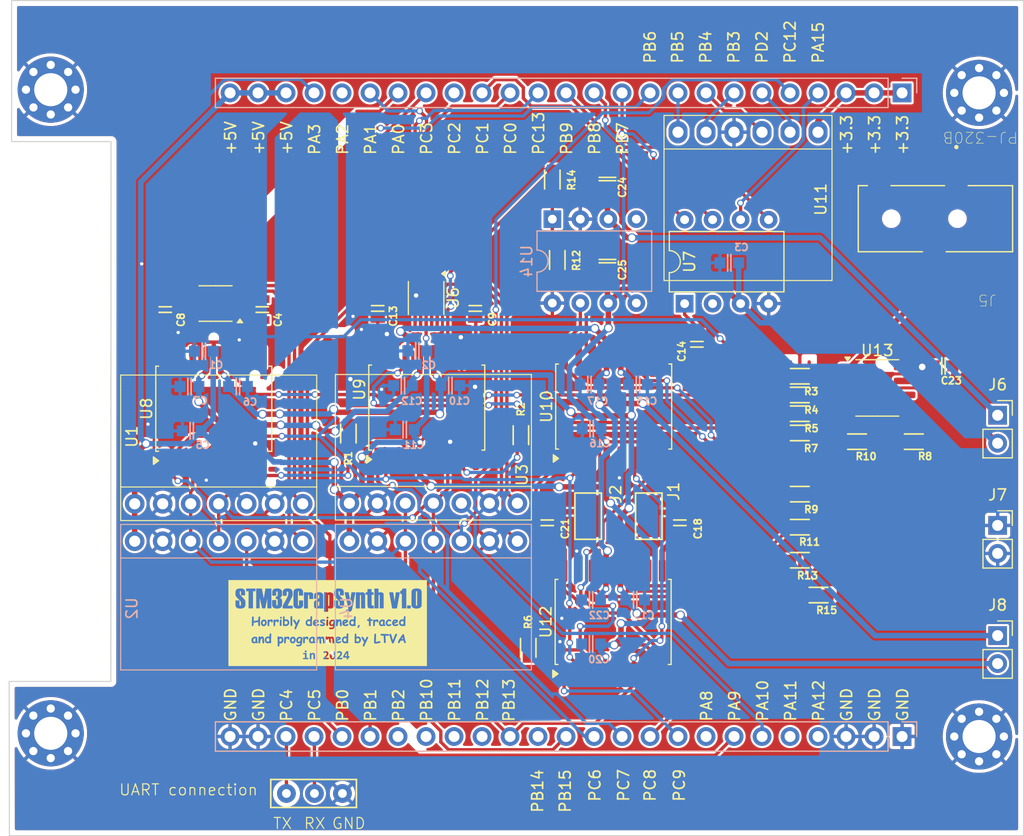
<source format=kicad_pcb>
(kicad_pcb (version 20240108) (generator "pcbnew") (generator_version "8.0")
  (layers (0 "F.Cu" signal) (31 "B.Cu" signal) (34 "B.Paste" user) (35 "F.Paste" user) (36 "B.SilkS" user "B.Silkscreen") (37 "F.SilkS" user "F.Silkscreen") (38 "B.Mask" user) (39 "F.Mask" user) (44 "Edge.Cuts" user))
  (net 0 "")
  (net 1 "+3.3V")
  (net 2 "CH2_TOVOL")
  (net 3 "Net-(U8-VinR)")
  (net 4 "P,+15")
  (net 5 "GND")
  (net 6 "P,-15")
  (net 7 "/PB11")
  (net 8 "Net-(U8-VinL)")
  (net 9 "UART_TX")
  (net 10 "/PB10")
  (net 11 "CH1_TOVOL")
  (net 12 "/PA12{slash}usb_dp")
  (net 13 "CH4_TOVOL")
  (net 14 "/PB14{slash}adc4_in4")
  (net 15 "Net-(U9-VinR)")
  (net 16 "/PA11{slash}usb_dm")
  (net 17 "CH3_TOVOL")
  (net 18 "Net-(U9-VinL)")
  (net 19 "Net-(U10-VinR)")
  (net 20 "/PA8(clock)")
  (net 21 "+5V")
  (net 22 "NOISE_TOVOL")
  (net 23 "DAC_tovol1")
  (net 24 "Net-(U12-VinR)")
  (net 25 "DAC_tovol2")
  (net 26 "Net-(U12-VinL)")
  (net 27 "P,-5")
  (net 28 "ZCEN_2")
  (net 29 "CS_AD9833_3")
  (net 30 "ZCEN_3")
  (net 31 "NOISE_CLK_SEL")
  (net 32 "PWM3")
  (net 33 "/PC2")
  (net 34 "ZCEN_1")
  (net 35 "Analog_CLK")
  (net 36 "PWM1")
  (net 37 "ZCEN_DAC")
  (net 38 "CS_AD9833_2")
  (net 39 "Analog_data")
  (net 40 "/PB12{slash}adc4_in3")
  (net 41 "UART_RX")
  (net 42 "MUX_SEL_3")
  (net 43 "FLASH_MISO")
  (net 44 "FILT_CLK")
  (net 45 "MUX_SEL_4")
  (net 46 "CS_AD9833_1")
  (net 47 "FLASH_CLK")
  (net 48 "MUX_SEL_1")
  (net 49 "PWM4")
  (net 50 "NOISE_CS")
  (net 51 "CS_AD9833_4")
  (net 52 "MUX_SEL_2")
  (net 53 "ATTEN_CS")
  (net 54 "FLASH_MOSI")
  (net 55 "FLASH_CS")
  (net 56 "NOISE_CLK")
  (net 57 "NOISE_DI")
  (net 58 "PWM2")
  (net 59 "Net-(U13-OUT_A)")
  (net 60 "Analog_data_out1")
  (net 61 "Analog_data_out2")
  (net 62 "Net-(U13-IN_A)")
  (net 63 "CH1_OUT")
  (net 64 "CH2_OUT")
  (net 65 "CH3_OUT")
  (net 66 "Analog_data_out3")
  (net 67 "CH4_OUT")
  (net 68 "Net-(U13-INV_IN_A)")
  (net 69 "NOISE_OUT")
  (net 70 "DAC_out1")
  (net 71 "Net-(U14-Vin)")
  (net 72 "FILTER_FEEDBACK_OUT")
  (net 73 "DAC_out2")
  (net 74 "CH4_TOFILT")
  (net 75 "DDS1_out")
  (net 76 "DDS2_out")
  (net 77 "DDS3_out")
  (net 78 "DDS4_out")
  (net 85 "/PB2")
  (footprint "4ms_Connector:Socket_1x02_2.54mm_TH" (layer "F.Cu") (at 187.645 102.84)
    (property "Reference" "J8")
    (property "Value" "Screw_Terminal_01x02" (hide yes))
  )
  (footprint "4ms_Capacitor:C_0805" (layer "F.Cu") (at 146.79 92.6 90)
    (property "Reference" "C21")
    (property "Value" "22uF_0603_16V" (hide yes))
  )
  (footprint "Package_SO:SOIC-16W_7.5x10.3mm_P1.27mm" (layer "F.Cu") (at 135.86 82.144 90)
    (property "Reference" "U9")
    (property "Value" "~" (hide yes))
  )
  (footprint "4ms_Resistor:R_0603" (layer "F.Cu") (at 169.7 90)
    (property "Reference" "R9")
    (property "Value" "3.0k_0603_0.1%" (hide yes))
  )
  (footprint "4ms_Capacitor:C_0603" (layer "F.Cu") (at 182.73 78.36)
    (property "Reference" "C23")
    (property "Value" "0.22uF_0603_25V" (hide yes))
  )
  (footprint "4ms_Capacitor:C_0805" (layer "F.Cu") (at 160.365 76.4 90)
    (property "Reference" "C14")
    (property "Value" "22uF_0603_16V" (hide yes))
  )
  (footprint "4ms_Resistor:R_0603" (layer "F.Cu") (at 169.7 82.7)
    (property "Reference" "R5")
    (property "Value" "3.0k_0603_0.1%" (hide yes))
  )
  (footprint "4ms_Capacitor:C_0805" (layer "F.Cu") (at 112.14 73.25 90)
    (property "Reference" "C8")
    (property "Value" "22uF_0603_16V" (hide yes))
  )
  (footprint "myLibrary:M3" (layer "F.Cu") (at 185.962184 53.577958)
    (property "Reference" "J4" (hide yes))
    (property "Value" "Conn_01x01" (hide yes))
  )
  (footprint "project:AD9833" (layer "F.Cu") (at 116.985 90.875001 90)
    (property "Reference" "U1")
    (property "Value" "~" (hide yes))
  )
  (footprint "4ms_Resistor:R_0603" (layer "F.Cu") (at 180.04 85.24 180)
    (property "Reference" "R8")
    (property "Value" "2.2k_0603" (hide yes))
  )
  (footprint "Package_SO:SOIC-16W_7.5x10.3mm_P1.27mm" (layer "F.Cu") (at 116.54 82.25 90)
    (property "Reference" "U8")
    (property "Value" "~" (hide yes))
  )
  (footprint "4ms_Connector:Socket_1x02_2.54mm_TH" (layer "F.Cu") (at 187.645 92.84)
    (property "Reference" "J7")
    (property "Value" "Screw_Terminal_01x02" (hide yes))
  )
  (footprint "project:logo_negative" (layer "F.Cu") (at 126.87 101.7)
    (property "Reference" "G***" (hide yes))
    (property "Value" "LOGO" (hide yes))
  )
  (footprint "TestPoint:TestPoint_Keystone_5019_Minature" (layer "F.Cu") (at 156 92 90)
    (property "Reference" "J1")
    (property "Value" "~" (hide yes))
  )
  (footprint "4ms_Resistor:R_0603" (layer "F.Cu") (at 174.89 85.24 180)
    (property "Reference" "R10")
    (property "Value" "1k_0603_0.1%" (hide yes))
  )
  (footprint "myLibrary:M3" (layer "F.Cu") (at 185.960142 112)
    (property "Reference" "J3" (hide yes))
    (property "Value" "Conn_01x01" (hide yes))
  )
  (footprint "Package_SO:VSSOP-10_3x3mm_P0.5mm" (layer "F.Cu") (at 135.8 72.2 -90)
    (property "Reference" "U6")
    (property "Value" "~" (hide yes))
  )
  (footprint "4ms_Resistor:R_0603" (layer "F.Cu") (at 128.75 84.5 -90)
    (property "Reference" "R1")
    (property "Value" "100k_0603" (hide yes))
  )
  (footprint "4ms_Capacitor:C_0805" (layer "F.Cu") (at 158.815 92.6 90)
    (property "Reference" "C18")
    (property "Value" "22uF_0603_16V" (hide yes))
  )
  (footprint "4ms_Resistor:R_0603" (layer "F.Cu") (at 147.25 61.45 90)
    (property "Reference" "R14")
    (property "Value" "1k_0603_0.1%" (hide yes))
  )
  (footprint "4ms_Capacitor:C_0805" (layer "F.Cu") (at 131.41 73.144 90)
    (property "Reference" "C13")
    (property "Value" "22uF_0603_16V" (hide yes))
  )
  (footprint "4ms_Capacitor:C_0603" (layer "F.Cu") (at 152.25 68.85 90)
    (property "Reference" "C25")
    (property "Value" "0.22uF_0603_25V" (hide yes))
  )
  (footprint "project:UART_port" (layer "F.Cu") (at 125.67 117.17)
    (property "Reference" "J9" (hide yes))
    (property "Value" "~" (hide yes))
  )
  (footprint "4ms_Resistor:R_0603" (layer "F.Cu") (at 169.7 81)
    (property "Reference" "R4")
    (property "Value" "3.0k_0603_0.1%" (hide yes))
  )
  (footprint "4ms_Resistor:R_0603" (layer "F.Cu") (at 171.4 99.16)
    (property "Reference" "R15")
    (property "Value" "1k_0603_0.1%" (hide yes))
  )
  (footprint "project:BOOMELE_PJ-320B" (layer "F.Cu") (at 181 65 180)
    (property "Reference" "J5")
    (property "Value" "PJ-320B")
  )
  (footprint "myLibrary:M3" (layer "F.Cu") (at 101.750142 111.71)
    (property "Reference" "J5" (hide yes))
    (property "Value" "Conn_01x01")
  )
  (footprint "4ms_Resistor:R_0603" (layer "F.Cu") (at 169.7 93)
    (property "Reference" "R11")
    (property "Value" "3.0k_0603_0.1%" (hide yes))
  )
  (footprint "4ms_Resistor:R_0603" (layer "F.Cu") (at 144.4 84.65 -90)
    (property "Reference" "R2")
    (property "Value" "100k_0603" (hide yes))
  )
  (footprint "4ms_Resistor:R_0603" (layer "F.Cu") (at 169.7 79.3)
    (property "Reference" "R3")
    (property "Value" "3.0k_0603_0.1%" (hide yes))
  )
  (footprint "4ms_Resistor:R_0603" (layer "F.Cu") (at 147.7 68.75 90)
    (property "Reference" "R12")
    (property "Value" "1k_0603_0.1%" (hide yes))
  )
  (footprint "4ms_Resistor:R_0603" (layer "F.Cu") (at 145.065 103.95 -90)
    (property "Reference" "R6")
    (property "Value" "100k_0603" (hide yes))
  )
  (footprint "project:AD9833" (layer "F.Cu") (at 136.46 90.824 90)
    (property "Reference" "U3")
    (property "Value" "~" (hide yes))
  )
  (footprint "4ms_Connector:Socket_1x02_2.54mm_TH" (layer "F.Cu") (at 187.645 82.84)
    (property "Reference" "J6")
    (property "Value" "Screw_Terminal_01x02" (hide yes))
  )
  (footprint "TestPoint:TestPoint_Keystone_5019_Minature" (layer "F.Cu") (at 150.5 92 90)
    (property "Reference" "J2")
    (property "Value" "~" (hide yes))
  )
  (footprint "Package_SO:SOIC-8_3.9x4.9mm_P1.27mm" (layer "F.Cu") (at 176.73 80.36)
    (property "Reference" "U13")
    (property "Value" "~" (hide yes))
  )
  (footprint "project:W25Q128_board" (layer "F.Cu") (at 165 57.15 -90)
    (property "Reference" "U11")
    (property "Value" "~" (hide yes))
  )
  (footprint "4ms_Resistor:R_0603" (layer "F.Cu") (at 169.7 96)
    (property "Reference" "R13")
    (property "Value" "3.0k_0603_0.1%" (hide yes))
  )
  (footprint "4ms_Capacitor:C_0805" (layer "F.Cu") (at 120.94 73.25 90)
    (property "Reference" "C4")
    (property "Value" "22uF_0603_16V" (hide yes))
  )
  (footprint "4ms_Capacitor:C_0603" (layer "F.Cu") (at 152.25 61.4 90)
    (property "Reference" "C24")
    (property "Value" "0.22uF_0603_25V" (hide yes))
  )
  (footprint "4ms_Package_DIP:DIP-8pin_TH" (layer "F.Cu") (at 159.25 72.71 90)
    (property "Reference" "U7")
    (property "Value" "~" (hide yes))
  )
  (footprint "4ms_Capacitor:C_0805" (layer "F.Cu") (at 140.26 73.144 90)
    (property "Reference" "C9")
    (property "Value" "22uF_0603_16V" (hide yes))
  )
  (footprint "Package_SO:VSSOP-10_3x3mm_P0.5mm" (layer "F.Cu") (at 116.7 72.7 180)
    (property "Reference" "U5" (hide yes))
    (property "Value" "~" (hide yes))
  )
  (footprint "Package_SO:SOIC-16W_7.5x10.3mm_P1.27mm" (layer "F.Cu") (at 152.765 101.6 90)
    (property "Reference" "U12")
    (property "Value" "~" (hide yes))
  )
  (footprint "4ms_Resistor:R_0603" (layer "F.Cu") (at 169.7 84.45)
    (property "Reference" "R7")
    (property "Value" "3.0k_0603_0.1%" (hide yes))
  )
  (footprint "Package_SO:SOIC-16W_7.5x10.3mm_P1.27mm" (layer "F.Cu") (at 152.815 82.05 90)
    (property "Reference" "U10")
    (property "Value" "~" (hide yes))
  )
  (footprint "4ms_Capacitor:C_0603" (layer "B.Cu") (at 133.86 84.144 180)
    (property "Reference" "C11")
    (property "Value" "0.22uF_0603_25V" (hide yes))
  )
  (footprint "project:AD9833" (layer "B.Cu") (at 116.985 94.275001 -90)
    (property "Reference" "U2")
    (property "Value" "~" (hide yes))
  )
  (footprint "4ms_Capacitor:C_0603" (layer "B.Cu") (at 114.54 84.25 180)
    (property "Reference" "C5")
    (property "Value" "0.22uF_0603_25V" (hide yes))
  )
  (footprint "4ms_Capacitor:C_0603" (layer "B.Cu") (at 150.815 84.05 180)
    (property "Reference" "C16")
    (property "Value" "0.22uF_0603_25V" (hide yes))
  )
  (footprint "4ms_Capacitor:C_0603" (layer "B.Cu") (at 150.615 80.05 180)
    (property "Reference" "C17")
    (property "Value" "0.22uF_0603_25V" (hide yes))
  )
  (footprint "Connector_PinSocket_2.54mm:PinSocket_1x25_P2.54mm_Vertical" (layer "B.Cu") (at 178.975142 112 90)
    (property "Reference" "J3" (hide yes))
    (property "Value" "Conn_01x25_Socket" (hide yes))
  )
  (footprint "4ms_Capacitor:C_0603" (layer "B.Cu") (at 118.735 80.231001)
    (property "Reference" "C6")
    (property "Value" "0.22uF_0603_25V" (hide yes))
  )
  (footprint "4ms_Capacitor:C_0603" (layer "B.Cu") (at 150.765 99.6 180)
    (property "Reference" "C22")
    (property "Value" "0.22uF_0603_25V" (hide yes))
  )
  (footprint "4ms_Capacitor:C_0603" (layer "B.Cu") (at 155.015 80.05)
    (property "Reference" "C15")
    (property "Value" "0.22uF_0603_25V" (hide yes))
  )
  (footprint "4ms_Capacitor:C_0603" (layer "B.Cu") (at 115.635 77.031001 180)
    (property "Reference" "C1")
    (property "Value" "0.22uF_0603_25V" (hide yes))
  )
  (footprint "4ms_Capacitor:C_0603" (layer "B.Cu") (at 138 80.144)
    (property "Reference" "C10")
    (property "Value" "0.22uF_0603_25V" (hide yes))
  )
  (footprint "4ms_Capacitor:C_0603" (layer "B.Cu") (at 114.335 80.231001 180)
    (property "Reference" "C7")
    (property "Value" "0.22uF_0603_25V" (hide yes))
  )
  (footprint "project:AD9833" (layer "B.Cu") (at 136.46 94.264 -90)
    (property "Reference" "U4")
    (property "Value" "~" (hide yes))
  )
  (footprint "4ms_Capacitor:C_0603" (layer "B.Cu") (at 135 77 180)
    (property "Reference" "C2")
    (property "Value" "0.22uF_0603_25V" (hide yes))
  )
  (footprint "myLibrary:M3" (layer "B.Cu") (at 101.750142 53.29 180)
    (property "Reference" "J2" (hide yes))
    (property "Value" "Conn_01x01" (hide yes))
  )
  (footprint "4ms_Package_DIP:DIP-8pin_TH" (layer "B.Cu") (at 147.25 65.04 -90)
    (property "Reference" "U14")
    (property "Value" "~" (hide yes))
  )
  (footprint "4ms_Capacitor:C_0603" (layer "B.Cu") (at 163.3 69 180)
    (property "Reference" "C3")
    (property "Value" "0.22uF_0603_25V" (hide yes))
  )
  (footprint "4ms_Capacitor:C_0603" (layer "B.Cu") (at 150.765 103.6 180)
    (property "Reference" "C20")
    (property "Value" "0.22uF_0603_25V" (hide yes))
  )
  (footprint "4ms_Capacitor:C_0603" (layer "B.Cu") (at 133.7 80.15 180)
    (property "Reference" "C12")
    (property "Value" "0.22uF_0603_25V" (hide yes))
  )
  (footprint "Connector_PinSocket_2.54mm:PinSocket_1x25_P2.54mm_Vertical" (layer "B.Cu") (at 178.975142 53.58 90)
    (property "Reference" "J4" (hide yes))
    (property "Value" "Conn_01x25_Socket" (hide yes))
  )
  (footprint "4ms_Capacitor:C_0603" (layer "B.Cu") (at 154.765 99.6)
    (property "Reference" "C19")
    (property "Value" "0.22uF_0603_25V" (hide yes))
  )
  (gr_circle (center 101.760142 53.301285) (end 101.700142 51.901285) (stroke (width 0.1)) (fill none) (layer "Edge.Cuts"))
  (gr_line (start 98.2 58.000001) (end 107.150035 58.000001) (stroke (width 0.1)) (layer "Edge.Cuts"))
  (gr_circle (center 185.960142 53.58) (end 185.660142 52.179734) (stroke (width 0.1)) (fill none) (layer "Edge.Cuts"))
  (gr_line (start 97.98 107) (end 98 121) (stroke (width 0.1)) (layer "Edge.Cuts"))
  (gr_line (start 190 121) (end 190 45.2) (stroke (width 0.1)) (layer "Edge.Cuts"))
  (gr_circle (center 186 112) (end 185.98 110.6) (stroke (width 0.1)) (fill none) (layer "Edge.Cuts"))
  (gr_circle (center 101.750142 111.710571) (end 101.790142 110.310571) (stroke (width 0.1)) (fill none) (layer "Edge.Cuts"))
  (gr_line (start 107.220177 58.000001) (end 107.2 107) (stroke (width 0.1)) (layer "Edge.Cuts"))
  (gr_line (start 98.2 45.2) (end 190 45.2) (stroke (width 0.1)) (layer "Edge.Cuts"))
  (gr_circle (center 101.725142 53.301285) (end 101.665142 51.901285) (stroke (width 0.1)) (fill none) (layer "Edge.Cuts"))
  (gr_line (start 107.2 107) (end 97.98 107) (stroke (width 0.1)) (layer "Edge.Cuts"))
  (gr_line (start 190 121) (end 98 121) (stroke (width 0.1)) (layer "Edge.Cuts"))
  (gr_line (start 98.2 45.2) (end 98.2 58.000001) (stroke (width 0.1)) (layer "Edge.Cuts"))
  (gr_circle (center 101.715142 111.710571) (end 101.755142 110.310571) (stroke (width 0.1)) (fill none) (layer "Edge.Cuts"))
  (gr_text "+3.3" (at 177.070142 59.295 90) (layer "F.SilkS") (effects (font (size 1 1)) (justify left bottom)))
  (gr_text "PB9" (at 149.130142 59.295 90) (layer "F.SilkS") (effects (font (size 1 1)) (justify left bottom)))
  (gr_text "GND" (at 174.530142 110.73 90) (layer "F.SilkS") (effects (font (size 1 1)) (justify left bottom)))
  (gr_text "+5V" (at 123.730142 59.295 90) (layer "F.SilkS") (effects (font (size 1 1)) (justify left bottom)))
  (gr_text "PA1" (at 131.350142 59.295 90) (layer "F.SilkS") (effects (font (size 1 1)) (justify left bottom)))
  (gr_text "PB8" (at 151.670142 59.295 90) (layer "F.SilkS") (effects (font (size 1 1)) (justify left bottom)))
  (gr_text "PB0" (at 128.810142 110.73 90) (layer "F.SilkS") (effects (font (size 1 1)) (justify left bottom)))
  (gr_text "PB11" (at 138.970142 110.73 90) (layer "F.SilkS") (effects (font (size 1 1)) (justify left bottom)))
  (gr_text "PC1" (at 141.510142 59.295 90) (layer "F.SilkS") (effects (font (size 1 1)) (justify left bottom)))
  (gr_text "PC3" (at 136.430142 59.295 90) (layer "F.SilkS") (effects (font (size 1 1)) (justify left bottom)))
  (gr_text "+3.3" (at 179.610142 59.295 90) (layer "F.SilkS") (effects (font (size 1 1)) (justify left bottom)))
  (gr_text "PB5" (at 159.2 51 90) (layer "F.SilkS") (effects (font (size 1 1)) (justify left bottom)))
  (gr_text "PA0" (at 133.890142 59.295 90) (layer "F.SilkS") (effects (font (size 1 1)) (justify left bottom)))
  (gr_text "GND" (at 179.610142 110.73 90) (layer "F.SilkS") (effects (font (size 1 1)) (justify left bottom)))
  (gr_text "PC4" (at 123.730142 110.73 90) (layer "F.SilkS") (effects (font (size 1 1)) (justify left bottom)))
  (gr_text "PA12" (at 171.990142 110.73 90) (layer "F.SilkS") (effects (font (size 1 1)) (justify left bottom)))
  (gr_text "+5V" (at 121.190142 59.295 90) (layer "F.SilkS") (effects (font (size 1 1)) (justify left bottom)))
  (gr_text "PB1" (at 131.350142 110.73 90) (layer "F.SilkS") (effects (font (size 1 1)) (justify left bottom)))
  (gr_text "PB13" (at 143.9 110.75 90) (layer "F.SilkS") (effects (font (size 1 1)) (justify left bottom)))
  (gr_text "PD2" (at 166.85 51 90) (layer "F.SilkS") (effects (font (size 1 1)) (justify left bottom)))
  (gr_text "PC0" (at 144.050142 59.295 90) (layer "F.SilkS") (effects (font (size 1 1)) (justify left bottom)))
  (gr_text "PA10" (at 166.910142 110.73 90) (layer "F.SilkS") (effects (font (size 1 1)) (justify left bottom)))
  (gr_text "PA9" (at 164.370142 110.73 90) (layer "F.SilkS") (effects (font (size 1 1)) (justify left bottom)))
  (gr_text "PC9" (at 159.35 118 90) (layer "F.SilkS") (effects (font (size 1 1)) (justify left bottom)))
  (gr_text "PB4" (at 161.75 51 90) (layer "F.SilkS") (effects (font (size 1 1)) (justify left bottom)))
  (gr_text "PA2" (at 128.810142 59.295 90) (layer "F.SilkS") (effects (font (size 1 1)) (justify left bottom)))
  (gr_text "+3.3" (at 174.530142 59.295 90) (layer "F.SilkS") (effects (font (size 1 1)) (justify left bottom)))
  (gr_text "PA3" (at 126.270142 59.295 90) (layer "F.SilkS") (effects (font (size 1 1)) (justify left bottom)))
  (gr_text "GND" (at 118.650142 110.73 90) (layer "F.SilkS") (effects (font (size 1 1)) (justify left bottom)))
  (gr_text "PB10" (at 136.430142 110.73 90) (layer "F.SilkS") (effects (font (size 1 1)) (justify left bottom)))
  (gr_text "PB14" (at 146.5 119 90) (layer "F.SilkS") (effects (font (size 1 1)) (justify left bottom)))
  (gr_text "PB12" (at 141.510142 110.73 90) (layer "F.SilkS") (effects (font (size 1 1)) (justify left bottom)))
  (gr_text "PC7" (at 154.3 118 90) (layer "F.SilkS") (effects (font (size 1 1)) (justify left bottom)))
  (gr_text "PC6" (at 151.7 118 90) (layer "F.SilkS") (effects (font (size 1 1)) (justify left bottom)))
  (gr_text "PB6" (at 156.7 51 90) (layer "F.SilkS") (effects (font (size 1 1)) (justify left bottom)))
  (gr_text "PA8" (at 161.830142 110.73 90) (layer "F.SilkS") (effects (font (size 1 1)) (justify left bottom)))
  (gr_text "PC13" (at 146.590142 59.295 90) (layer "F.SilkS") (effects (font (size 1 1)) (justify left bottom)))
  (gr_text "PB15" (at 149 119 90) (layer "F.SilkS") (effects (font (size 1 1)) (justify left bottom)))
  (gr_text "PB2" (at 133.890142 110.73 90) (layer "F.SilkS") (effects (font (size 1 1)) (justify left bottom)))
  (gr_text "PC12" (at 169.4 51 90) (layer "F.SilkS") (effects (font (size 1 1)) (justify left bottom)))
  (gr_text "PC2" (at 138.970142 59.295 90) (layer "F.SilkS") (effects (font (size 1 1)) (justify left bottom)))
  (gr_text "PC5" (at 126.270142 110.73 90) (layer "F.SilkS") (effects (font (size 1 1)) (justify left bottom)))
  (gr_text "+5V" (at 118.650142 59.295 90) (layer "F.SilkS") (effects (font (size 1 1)) (justify left bottom)))
  (gr_text "PA11" (at 169.450142 110.73 90) (layer "F.SilkS") (effects (font (size 1 1)) (justify left bottom)))
  (gr_text "GND" (at 121.190142 110.73 90) (layer "F.SilkS") (effects (font (size 1 1)) (justify left bottom)))
  (gr_text "PA15" (at 171.95 51 90) (layer "F.SilkS") (effects (font (size 1 1)) (justify left bottom)))
  (gr_text "PC8" (at 156.7 118 90) (layer "F.SilkS") (effects (font (size 1 1)) (justify left bottom)))
  (gr_text "PB7" (at 154.210142 59.295 90) (layer "F.SilkS") (effects (font (size 1 1)) (justify left bottom)))
  (gr_text "PB3" (at 164.3 51 90) (layer "F.SilkS") (effects (font (size 1 1)) (justify left bottom)))
  (gr_text "GND" (at 177.070142 110.73 90) (layer "F.SilkS") (effects (font (size 1 1)) (justify left bottom)))
  (segment (start 171.35 57.15) (end 171.35 56.125142) (width 0.5) (layer "F.Cu") (net 1))
  (segment (start 173.895142 53.58) (end 176.435142 53.58) (width 0.5) (layer "F.Cu") (net 1))
  (segment (start 171.35 56.125142) (end 173.895142 53.58) (width 0.5) (layer "F.Cu") (net 1))
  (segment (start 176.435142 53.58) (end 178.975142 53.58) (width 0.5) (layer "F.Cu") (net 1))
  (segment (start 118.74 72.3) (end 120.94 72.3) (width 0.3) (layer "F.Cu") (net 2))
  (segment (start 120.94 74.2) (end 120.94 77.555) (width 0.3) (layer "F.Cu") (net 3))
  (segment (start 120.94 77.555) (end 120.985 77.6) (width 0.3) (layer "F.Cu") (net 3))
  (segment (start 137.04 82.72) (end 136.89 82.57) (width 0.5) (layer "F.Cu") (net 4))
  (segment (start 154.36462 82.89) (end 149.302918 82.89) (width 0.5) (layer "F.Cu") (net 4))
  (segment (start 153.465 77.415) (end 153.45 77.4) (width 0.5) (layer "F.Cu") (net 4))
  (segment (start 149.302918 82.89) (end 148.936459 82.523541) (width 0.5) (layer "F.Cu") (net 4))
  (segment (start 127.69 82.57) (end 127.42 82.3) (width 0.5) (layer "F.Cu") (net 4))
  (segment (start 154.200331 91.260331) (end 153.4 92.060662) (width 0.5) (layer "F.Cu") (net 4))
  (segment (start 120.96 82.74) (end 122.51 82.74) (width 0.5) (layer "F.Cu") (net 4))
  (segment (start 158.87 100.97) (end 155.07 100.97) (width 0.5) (layer "F.Cu") (net 4))
  (segment (start 136.495 79.045) (end 136.495 77.494) (width 0.5) (layer "F.Cu") (net 4))
  (segment (start 153.465 78.95) (end 153.465 77.415) (width 0.5) (layer "F.Cu") (net 4))
  (segment (start 117.485 79.231001) (end 117.175 78.921001) (width 0.5) (layer "F.Cu") (net 4))
  (segment (start 136.89 82.57) (end 127.69 82.57) (width 0.5) (layer "F.Cu") (net 4))
  (segment (start 122.51 82.74) (end 122.53 82.72) (width 0.5) (layer "F.Cu") (net 4))
  (segment (start 154.42 82.83462) (end 154.36462 82.89) (width 0.5) (layer "F.Cu") (net 4))
  (segment (start 153.415 96.965) (end 153.4 96.95) (width 0.5) (layer "F.Cu") (net 4))
  (segment (start 153.415 98.65) (end 153.415 96.965) (width 0.5) (layer "F.Cu") (net 4))
  (segment (start 155.07 100.97) (end 154.92 100.82) (width 0.5) (layer "F.Cu") (net 4))
  (segment (start 117.175 78.921001) (end 117.175 77.6) (width 0.5) (layer "F.Cu") (net 4))
  (segment (start 153.4 92.060662) (end 153.4 96.95) (width 0.5) (layer "F.Cu") (net 4))
  (segment (start 136.7205 79.2705) (end 136.495 79.045) (width 0.5) (layer "F.Cu") (net 4))
  (segment (start 117.24 77.665) (end 117.175 77.6) (width 0.5) (layer "F.Cu") (net 4))
  (via (at 154.200331 91.260331) (size 0.8) (drill 0.6) (layers "F.Cu" "B.Cu") (net 4))
  (via (at 137.04 82.72) (size 0.8) (drill 0.6) (layers "F.Cu" "B.Cu") (net 4))
  (via (at 153.415 98.65) (size 0.6) (drill 0.4) (layers "F.Cu" "B.Cu") (net 4))
  (via (at 120.96 82.74) (size 0.8) (drill 0.6) (layers "F.Cu" "B.Cu") (net 4))
  (via (at 153.465 78.95) (size 0.6) (drill 0.4) (layers "F.Cu" "B.Cu") (net 4))
  (via (at 148.936459 82.523541) (size 0.8) (drill 0.6) (layers "F.Cu" "B.Cu") (net 4))
  (via (at 122.53 82.72) (size 0.8) (drill 0.6) (layers "F.Cu" "B.Cu") (net 4))
  (via (at 158.87 100.97) (size 0.8) (drill 0.6) (layers "F.Cu" "B.Cu") (net 4))
  (via (at 136.7205 79.2705) (size 0.6) (drill 0.4) (layers "F.Cu" "B.Cu") (net 4))
  (via (at 127.42 82.3) (size 0.8) (drill 0.6) (layers "F.Cu" "B.Cu") (net 4))
  (via (at 117.485 79.231001) (size 0.6) (drill 0.4) (layers "F.Cu" "B.Cu") (net 4))
  (via (at 154.42 82.83462) (size 0.8) (drill 0.6) (layers "F.Cu" "B.Cu") (net 4))
  (via (at 154.92 100.82) (size 0.8) (drill 0.6) (layers "F.Cu" "B.Cu") (net 4))
  (segment (start 154.42 82.83462) (end 154.42 88.000099) (width 0.5) (layer "B.Cu") (net 4))
  (segment (start 153.915 99.6) (end 153.915 99.15) (width 0.5) (layer "B.Cu") (net 4))
  (segment (start 154.12538 88.294719) (end 154.12538 91.18538) (width 0.5) (layer "B.Cu") (net 4))
  (segment (start 154.165 80.05) (end 154.42 80.305) (width 0.5) (layer "B.Cu") (net 4))
  (segment (start 154.165 79.4) (end 154.165 80.05) (width 0.5) (layer "B.Cu") (net 4))
  (segment (start 117.885 79.631001) (end 117.885 80.231001) (width 0.5) (layer "B.Cu") (net 4))
  (segment (start 154.42 88.000099) (end 154.12538 88.294719) (width 0.5) (layer "B.Cu") (net 4))
  (segment (start 137.15 82.61) (end 137.15 80.144) (width 0.5) (layer "B.Cu") (net 4))
  (segment (start 137.15 80.144) (end 137.15 79.944) (width 0.5) (layer "B.Cu") (net 4))
  (segment (start 153.915 99.15) (end 153.415 98.65) (width 0.5) (layer "B.Cu") (net 4))
  (segment (start 127 82.72) (end 127.42 82.3) (width 0.5) (layer "B.Cu") (net 4))
  (segment (start 147.109 79.194) (end 147.109 80.696082) (width 0.5) (layer "B.Cu") (net 4))
  (segment (start 154.42 80.305) (end 154.42 82.83462) (width 0.5) (layer "B.Cu") (net 4))
  (segment (start 137.15 79.944) (end 137.9 79.194) (width 0.5) (layer "B.Cu") (net 4))
  (segment (start 163.28 105.38) (end 158.87 100.97) (width 0.5) (layer "B.Cu") (net 4))
  (segment (start 117.485 79.231001) (end 117.885 79.631001) (width 0.5) (layer "B.Cu") (net 4))
  (segment (start 153.715 78.95) (end 154.165 79.4) (width 0.5) (layer "B.Cu") (net 4))
  (segment (start 122.53 82.72) (end 127 82.72) (width 0.5) (layer "B.Cu") (net 4))
  (segment (start 154.12538 91.18538) (end 154.200331 91.260331) (width 0.5) (layer "B.Cu") (net 4))
  (segment (start 187.645 105.38) (end 163.28 105.38) (width 0.5) (layer "B.Cu") (net 4))
  (segment (start 137.9 79.194) (end 147.109 79.194) (width 0.5) (layer "B.Cu") (net 4))
  (segment (start 147.109 80.696082) (end 148.936459 82.523541) (width 0.5) (layer "B.Cu") (net 4))
  (segment (start 137.04 82.72) (end 137.15 82.61) (width 0.5) (layer "B.Cu") (net 4))
  (segment (start 117.885 80.231001) (end 120.393999 82.74) (width 0.5) (layer "B.Cu") (net 4))
  (segment (start 136.7205 79.2705) (end 137.15 79.7) (width 0.5) (layer "B.Cu") (net 4))
  (segment (start 154.92 100.82) (end 154.92 100.605) (width 0.5) (layer "B.Cu") (net 4))
  (segment (start 137.15 79.7) (end 137.15 80.144) (width 0.5) (layer "B.Cu") (net 4))
  (segment (start 153.465 78.95) (end 153.715 78.95) (width 0.5) (layer "B.Cu") (net 4))
  (segment (start 120.393999 82.74) (end 120.96 82.74) (width 0.5) (layer "B.Cu") (net 4))
  (segment (start 154.92 100.605) (end 153.915 99.6) (width 0.5) (layer "B.Cu") (net 4))
  (via (at 153.33 88.52) (size 0.375) (drill 0.3) (layers "F.Cu" "B.Cu") (net 5))
  (via (at 110.57 83.65) (size 0.375) (drill 0.3) (layers "F.Cu" "B.Cu") (net 5))
  (via (at 113.31 75.33) (size 0.375) (drill 0.3) (layers "F.Cu" "B.Cu") (net 5))
  (via (at 115.86 88.73) (size 0.375) (drill 0.3) (layers "F.Cu" "B.Cu") (net 5))
  (via (at 128.93 79.56) (size 0.6) (drill 0.4) (layers "F.Cu" "B.Cu") (net 5))
  (via (at 132.24 75.47) (size 0.6) (drill 0.4) (layers "F.Cu" "B.Cu") (net 5))
  (via (at 129.17 73.86) (size 0.375) (drill 0.3) (layers "F.Cu" "B.Cu") (net 5))
  (via (at 138.95 75.76) (size 0.6) (drill 0.4) (layers "F.Cu" "B.Cu") (net 5))
  (via (at 147.94 103.39) (size 0.375) (drill 0.3) (layers "F.Cu" "B.Cu") (net 5))
  (via (at 129.93 75.05) (size 0.375) (drill 0.3) (layers "F.Cu" "B.Cu") (net 5))
  (via (at 140.24 80.26) (size 0.6) (drill 0.4) (layers "F.Cu" "B.Cu") (net 5))
  (via (at 149.46 95.17) (size 0.375) (drill 0.3) (layers "F.Cu" "B.Cu") (net 5))
  (via (at 134.89 71.97) (size 0.6) (drill 0.4) (layers "F.Cu" "B.Cu") (net 5))
  (via (at 131.76 80.49) (size 0.375) (drill 0.3) (layers "F.Cu" "B.Cu") (net 5))
  (via (at 137.98 85.25) (size 0.6) (drill 0.4) (layers "F.Cu" "B.Cu") (net 5))
  (via (at 148.11 101.27) (size 0.375) (drill 0.3) (layers "F.Cu" "B.Cu") (net 5))
  (segment (start 115.905 78.811001) (end 115.905 77.6) (width 0.5) (layer "F.Cu") (net 6))
  (segment (start 152.115 98.6) (end 152.115 96.965) (width 0.5) (layer "F.Cu") (net 6))
  (segment (start 134.975 79.175) (end 135.225 78.925) (width 0.5) (layer "F.Cu") (net 6))
  (segment (start 135.225 76.886316) (end 135.225 77.494) (width 0.5) (layer "F.Cu") (net 6))
  (segment (start 152.18 76.04) (end 151.098959 74.958959) (width 0.5) (layer "F.Cu") (net 6))
  (segment (start 133.568684 75.23) (end 135.225 76.886316) (width 0.5) (layer "F.Cu") (net 6))
  (segment (start 152.13 95.26) (end 152.25 95.14) (width 0.5) (layer "F.Cu") (net 6))
  (segment (start 115.46 79.256001) (end 115.905 78.811001) (width 0.5) (layer "F.Cu") (net 6))
  (segment (start 152.18 77.4) (end 152.18 76.04) (width 0.5) (layer "F.Cu") (net 6))
  (segment (start 152.115 96.965) (end 152.13 96.95) (width 0.5) (layer "F.Cu") (net 6))
  (segment (start 151.66 81.78) (end 151.56 81.88) (width 0.5) (layer "F.Cu") (net 6))
  (segment (start 126.33 84.29) (end 125.8 83.76) (width 0.5) (layer "F.Cu") (net 6))
  (segment (start 117.296297 83.716297) (end 115.18 81.6) (width 0.5) (layer "F.Cu") (net 6))
  (segment (start 155.47 81.78) (end 151.66 81.78) (width 0.5) (layer "F.Cu") (net 6))
  (segment (start 152.13 96.95) (end 152.13 95.26) (width 0.5) (layer "F.Cu") (net 6))
  (segment (start 133.48 75.23) (end 133.568684 75.23) (width 0.5) (layer "F.Cu") (net 6))
  (segment (start 122.616 83.716297) (end 117.296297 83.716297) (width 0.5) (layer "F.Cu") (net 6))
  (segment (start 152.165 79) (end 152.165 77.415) (width 0.5) (layer "F.Cu") (net 6))
  (segment (start 152.165 77.415) (end 152.18 77.4) (width 0.5) (layer "F.Cu") (net 6))
  (segment (start 127.55 84.29) (end 126.33 84.29) (width 0.5) (layer "F.Cu") (net 6))
  (segment (start 135.225 78.925) (end 135.225 77.494) (width 0.5) (layer "F.Cu") (net 6))
  (via (at 151.098959 74.958959) (size 0.8) (drill 0.6) (layers "F.Cu" "B.Cu") (net 6))
  (via (at 115.46 79.256001) (size 0.6) (drill 0.4) (layers "F.Cu" "B.Cu") (net 6))
  (via (at 151.56 81.88) (size 0.8) (drill 0.6) (layers "F.Cu" "B.Cu") (net 6))
  (via (at 122.616 83.716297) (size 0.8) (drill 0.6) (layers "F.Cu" "B.Cu") (net 6))
  (via (at 134.975 79.175) (size 0.6) (drill 0.4) (layers "F.Cu" "B.Cu") (net 6))
  (via (at 155.47 81.78) (size 0.8) (drill 0.6) (layers "F.Cu" "B.Cu") (net 6))
  (via (at 152.25 95.14) (size 0.8) (drill 0.6) (layers "F.Cu" "B.Cu") (net 6))
  (via (at 127.55 84.29) (size 0.8) (drill 0.6) (layers "F.Cu" "B.Cu") (net 6))
  (via (at 115.18 81.6) (size 0.8) (drill 0.6) (layers "F.Cu" "B.Cu") (net 6))
  (via (at 133.48 75.23) (size 0.8) (drill 0.6) (layers "F.Cu" "B.Cu") (net 6))
  (via (at 152.165 79) (size 0.6) (drill 0.4) (layers "F.Cu" "B.Cu") (net 6))
  (via (at 125.8 83.76) (size 0.8) (drill 0.6) (layers "F.Cu" "B.Cu") (net 6))
  (via (at 152.115 98.6) (size 0.6) (drill 0.4) (layers "F.Cu" "B.Cu") (net 6))
  (segment (start 133.48 75.23) (end 133.751041 74.958959) (width 0.5) (layer "B.Cu") (net 6))
  (segment (start 151.56 80.145) (end 151.465 80.05) (width 0.5) (layer "B.Cu") (net 6))
  (segment (start 115.18 81.6) (end 115.18 80.236001) (width 0.5) (layer "B.Cu") (net 6))
  (segment (start 151.56 81.88) (end 151.56 80.145) (width 0.5) (layer "B.Cu") (net 6))
  (segment (start 151.684669 94.574669) (end 151.684669 86.790992) (width 0.5) (layer "B.Cu") (net 6))
  (segment (start 151.615 99.1) (end 152.115 98.6) (width 0.5) (layer "B.Cu") (net 6))
  (segment (start 151.684669 86.790992) (end 152.93 85.545661) (width 0.5) (layer "B.Cu") (net 6))
  (segment (start 115.185 79.531001) (end 115.185 80.231001) (width 0.5) (layer "B.Cu") (net 6))
  (segment (start 151.615 99.6) (end 151.615 99.1) (width 0.5) (layer "B.Cu") (net 6))
  (segment (start 133.751041 74.958959) (end 151.098959 74.958959) (width 0.5) (layer "B.Cu") (net 6))
  (segment (start 129.36 82.48) (end 127.55 84.29) (width 0.5) (layer "B.Cu") (net 6))
  (segment (start 134.55 79.6) (end 134.55 80.2) (width 0.5) (layer "B.Cu") (net 6))
  (segment (start 152.93 83.25) (end 151.56 81.88) (width 0.5) (layer "B.Cu") (net 6))
  (segment (start 115.18 80.236001) (end 115.185 80.231001) (width 0.5) (layer "B.Cu") (net 6))
  (segment (start 176.53 102.84) (end 155.47 81.78) (width 0.5) (layer "B.Cu") (net 6))
  (segment (start 151.865 79) (end 151.465 79.4) (width 0.5) (layer "B.Cu") (net 6))
  (segment (start 152.25 95.14) (end 151.684669 94.574669) (width 0.5) (layer "B.Cu") (net 6))
  (segment (start 134.975 79.175) (end 134.55 79.6) (width 0.5) (layer "B.Cu") (net 6))
  (segment (start 152.93 85.545661) (end 152.93 83.25) (width 0.5) (layer "B.Cu") (net 6))
  (segment (start 134.55 80.15) (end 132.22 82.48) (width 0.5) (layer "B.Cu") (net 6))
  (segment (start 125.8 83.76) (end 122.659703 83.76) (width 0.5) (layer "B.Cu") (net 6))
  (segment (start 122.659703 83.76) (end 122.616 83.716297) (width 0.5) (layer "B.Cu") (net 6))
  (segment (start 151.465 79.4) (end 151.465 80.05) (width 0.5) (layer "B.Cu") (net 6))
  (segment (start 187.645 102.84) (end 176.53 102.84) (width 0.5) (layer "B.Cu") (net 6))
  (segment (start 115.46 79.256001) (end 115.185 79.531001) (width 0.5) (layer "B.Cu") (net 6))
  (segment (start 132.22 82.48) (end 129.36 82.48) (width 0.5) (layer "B.Cu") (net 6))
  (segment (start 152.165 79) (end 151.865 79) (width 0.5) (layer "B.Cu") (net 6))
  (segment (start 112.14 77.555) (end 112.095 77.6) (width 0.3) (layer "F.Cu") (net 8))
  (segment (start 112.14 74.2) (end 112.14 77.555) (width 0.3) (layer "F.Cu") (net 8))
  (segment (start 123.13 112.034858) (end 123.095142 112) (width 0.3) (layer "F.Cu") (net 9))
  (segment (start 123.13 117.17) (end 123.13 112.034858) (width 0.3) (layer "F.Cu") (net 9))
  (segment (start 137.906 72.194) (end 136.8 73.3) (width 0.3) (layer "F.Cu") (net 13))
  (segment (start 136.8 73.3) (end 136.8 74.4) (width 0.3) (layer "F.Cu") (net 13))
  (segment (start 140.26 72.194) (end 137.906 72.194) (width 0.3) (layer "F.Cu") (net 13))
  (segment (start 140.305 74.139) (end 140.26 74.094) (width 0.3) (layer "F.Cu") (net 15))
  (segment (start 140.305 77.494) (end 140.305 74.139) (width 0.3) (layer "F.Cu") (net 15))
  (segment (start 131.41 72.194) (end 133.694 72.194) (width 0.3) (layer "F.Cu") (net 17))
  (segment (start 133.694 72.194) (end 134.8 73.3) (width 0.3) (layer "F.Cu") (net 17))
  (segment (start 134.8 73.3) (end 134.8 74.4) (width 0.3) (layer "F.Cu") (net 17))
  (segment (start 131.415 74.099) (end 131.41 74.094) (width 0.3) (layer "F.Cu") (net 18))
  (segment (start 131.415 77.494) (end 131.415 74.099) (width 0.3) (layer "F.Cu") (net 18))
  (segment (start 157.31 77.35) (end 157.26 77.4) (width 0.3) (layer "F.Cu") (net 19))
  (segment (start 160.365 77.35) (end 157.31 77.35) (width 0.3) (layer "F.Cu") (net 19))
  (segment (start 157.26 86.7) (end 157.26 85.675001) (width 0.3) (layer "F.Cu") (net 21))
  (segment (start 135.235 85.294) (end 135.235 86.784) (width 0.5) (layer "F.Cu") (net 21))
  (segment (start 128.84 90.824) (end 129.98 89.684) (width 0.5) (layer "F.Cu") (net 21))
  (segment (start 152.25 72.58) (end 152.33 72.66) (width 0.5) (layer "F.Cu") (net 21))
  (segment (start 152.115 106.235) (end 152.13 106.25) (width 0.5) (layer "F.Cu") (net 21))
  (segment (start 157.26 85.675001) (end 156.834999 85.25) (width 0.3) (layer "F.Cu") (net 21))
  (segment (start 140.305 86.794) (end 140.305 85.769001) (width 0.3) (layer "F.Cu") (net 21))
  (segment (start 115.84 86.835) (end 115.905 86.9) (width 0.5) (layer "F.Cu") (net 21))
  (segment (start 152.165 85.25) (end 152.165 86.685) (width 0.5) (layer "F.Cu") (net 21))
  (segment (start 135.225 88.265) (end 136.24 89.28) (width 0.5) (layer "F.Cu") (net 21))
  (segment (start 140.305 85.769001) (end 139.085999 84.55) (width 0.3) (layer "F.Cu") (net 21))
  (segment (start 129.98 89.684) (end 129.98 86.63) (width 0.5) (layer "F.Cu") (net 21))
  (segment (start 128.84 90.824) (end 128.714 90.824) (width 0.5) (layer "F.Cu") (net 21))
  (segment (start 115.575 70.925) (end 113.75 69.1) (width 0.3) (layer "F.Cu") (net 21))
  (segment (start 152.115 104.75) (end 152.115 106.235) (width 0.5) (layer "F.Cu") (net 21))
  (segment (start 156.834999 85.25) (end 152.165 85.25) (width 0.3) (layer "F.Cu") (net 21))
  (segment (start 120.3 85.4) (end 120.509999 85.4) (width 0.3) (layer "F.Cu") (net 21))
  (segment (start 187.645 85.38) (end 181.88 79.615) (width 0.5) (layer "F.Cu") (net 21))
  (segment (start 152.18 89.28) (end 152.18 90.45) (width 0.5) (layer "F.Cu") (net 21))
  (segment (start 157.21 106.25) (end 157.21 105.225001) (width 0.3) (layer "F.Cu") (net 21))
  (segment (start 135.979 84.55) (end 135.235 85.294) (width 0.3) (layer "F.Cu") (net 21))
  (segment (start 163.03 71.41) (end 164.33 72.71) (width 0.5) (layer "F.Cu") (net 21))
  (segment (start 152.33 74.92) (end 152.33 72.66) (width 0.5) (layer "F.Cu") (net 21))
  (segment (start 153.58 71.41) (end 163.03 71.41) (width 0.5) (layer "F.Cu") (net 21))
  (segment (start 113.75 69.1) (end 110 69.1) (width 0.3) (layer "F.Cu") (net 21))
  (segment (start 179.205 78.455) (end 181.785 78.455) (width 0.5) (layer "F.Cu") (net 21))
  (segment (start 153.479669 103.070331) (end 152.86 103.69) (width 0.5) (layer "F.Cu") (net 21))
  (segment (start 152.12 89.34) (end 152.18 89.28) (width 0.5) (layer "F.Cu") (net 21))
  (segment (start 155.674999 103.69) (end 152.86 103.69) (width 0.3) (layer "F.Cu") (net 21))
  (segment (start 147.87 89.34) (end 152.12 89.34) (width 0.5) (layer "F.Cu") (net 21))
  (segment (start 181.785 78.455) (end 181.88 78.36) (width 0.5) (layer "F.Cu") (net 21))
  (segment (start 128.714 90.824) (end 127.47 89.58) (width 0.5) (layer "F.Cu") (net 21))
  (segment (start 114.5 72.7) (end 115.32812 72.7) (width 0.3) (layer "F.Cu") (net 21))
  (segment (start 152.33 72.66) (end 153.58 71.41) (width 0.5) (layer "F.Cu") (net 21))
  (segment (start 116.797316 85.4) (end 115.905 86.292316) (width 0.5) (layer "F.Cu") (net 21))
  (segment (start 127.47 89.58) (end 127.47 87.12) (width 0.5) (layer "F.Cu") (net 21))
  (segment (start 181.88 79.615) (end 181.88 78.36) (width 0.5) (layer "F.Cu") (net 21))
  (segment (start 109.365 90.875001) (end 109.365 86.445) (width 0.5) (layer "F.Cu") (net 21))
  (segment (start 152.18 90.45) (end 152.534669 90.804669) (width 0.5) (layer "F.Cu") (net 21))
  (segment (start 115.905 86.292316) (end 115.905 86.9) (width 0.5) (layer "F.Cu") (net 21))
  (segment (start 115.32812 72.7) (end 115.575 72.45312) (width 0.3) (layer "F.Cu") (net 21))
  (segment (start 152.25 69.7) (end 152.25 72.58) (width 0.5) (layer "F.Cu") (net 21))
  (segment (start 120.3 85.4) (end 116.797316 85.4) (width 0.5) (layer "F.Cu") (net 21))
  (segment (start 180.8 78.455) (end 179.205 78.455) (width 0.5) (layer "F.Cu") (net 21))
  (segment (start 135.225 86.794) (end 135.225 88.265) (width 0.5) (layer "F.Cu") (net 21))
  (segment (start 115.575 72.45312) (end 115.575 70.925) (width 0.3) (layer "F.Cu") (net 21))
  (segment (start 139.085999 84.55) (end 135.979 84.55) (width 0.3) (layer "F.Cu") (net 21))
  (segment (start 109.365 86.445) (end 110.39 85.42) (width 0.5) (layer "F.Cu") (net 21))
  (segment (start 109.365 94.275001) (end 109.365 90.875001) (width 0.5) (layer "F.Cu") (net 21))
  (segment (start 135.235 86.784) (end 135.225 86.794) (width 0.5) (layer "F.Cu") (net 21))
  (segment (start 152.165 86.685) (end 152.18 86.7) (width 0.5) (layer "F.Cu") (net 21))
  (segment (start 153.479669 101.740331) (end 153.479669 103.070331) (width 0.5) (layer "F.Cu") (net 21))
  (segment (start 152.18 86.7) (end 152.18 89.28) (width 0.5) (layer "F.Cu") (net 21))
  (segment (start 157.21 105.225001) (end 155.674999 103.69) (width 0.3) (layer "F.Cu") (net 21))
  (segment (start 128.84 94.264) (end 128.84 90.824) (width 0.5) (layer "F.Cu") (net 21))
  (segment (start 135.8 74.4) (end 135.8 75.85) (width 0.3) (layer "F.Cu") (net 21))
  (segment (start 120.509999 85.4) (end 120.985 85.875001) (width 0.3) (layer "F.Cu") (net 21))
  (via (at 152.165 85.25) (size 0.6) (drill 0.4) (layers "F.Cu" "B.Cu") (net 21))
  (via (at 127.47 87.12) (size 0.8) (drill 0.6) (layers "F.Cu" "B.Cu") (net 21))
  (via (at 120.3 85.4) (size 0.6) (drill 0.4) (layers "F.Cu" "B.Cu") (net 21))
  (via (at 180.8 78.455) (size 0.8) (drill 0.6) (layers "F.Cu" "B.Cu") (net 21))
  (via (at 152.33 74.92) (size 0.8) (drill 0.6) (layers "F.Cu" "B.Cu") (net 21))
  (via (at 152.534669 90.804669) (size 0.8) (drill 0.6) (layers "F.Cu" "B.Cu") (net 21))
  (via (at 110 69.1) (size 0.375) (drill 0.3) (layers "F.Cu" "B.Cu") (net 21))
  (via (at 110.39 85.42) (size 0.8) (drill 0.6) (layers "F.Cu" "B.Cu") (net 21))
  (via (at 135.235 85.294) (size 0.6) (drill 0.4) (layers "F.Cu" "B.Cu") (net 21))
  (via (at 127.47 89.58) (size 0.8) (drill 0.6) (layers "F.Cu" "B.Cu") (net 21))
  (via (at 152.115 104.75) (size 0.6) (drill 0.4) (layers "F.Cu" "B.Cu") (net 21))
  (via (at 136.24 89.28) (size 0.8) (drill 0.6) (layers "F.Cu" "B.Cu") (net 21))
  (via (at 135.8 75.85) (size 0.6) (drill 0.4) (layers "F.Cu" "B.Cu") (net 21))
  (via (at 153.479669 101.740331) (size 0.8) (drill 0.6) (layers "F.Cu" "B.Cu") (net 21))
  (via (at 147.87 89.34) (size 0.8) (drill 0.6) (layers "F.Cu" "B.Cu") (net 21))
  (via (at 152.86 103.69) (size 0.8) (drill 0.6) (layers "F.Cu" "B.Cu") (net 21))
  (via (at 129.98 86.63) (size 0.8) (drill 0.6) (layers "F.Cu" "B.Cu") (net 21))
  (segment (start 135.8 75.85) (end 135.8 76.95) (width 0.3) (layer "B.Cu") (net 21))
  (segment (start 148.815 81.2) (end 151.665 84.05) (width 0.5) (layer "B.Cu") (net 21))
  (segment (start 120.555142 53.58) (end 123.095142 53.58) (width 0.5) (layer "B.Cu") (net 21))
  (segment (start 148.815 78.445) (end 148.815 81.2) (width 0.5) (layer "B.Cu") (net 21))
  (segment (start 127.47 87.12) (end 122.666 87.12) (width 0.5) (layer "B.Cu") (net 21))
  (segment (start 180.8 78.455) (end 176.795 74.45) (width 0.5) (layer "B.Cu") (net 21))
  (segment (start 135.8 76.95) (end 135.85 77) (width 0.3) (layer "B.Cu") (net 21))
  (segment (start 121.97 87.07) (end 120.3 85.4) (width 0.5) (layer "B.Cu") (net 21))
  (segment (start 151.665 84.75) (end 152.165 85.25) (width 0.5) (layer "B.Cu") (net 21))
  (segment (start 164.15 72.53) (end 164.33 72.71) (width 0.5) (layer "B.Cu") (net 21))
  (segment (start 187.43 85.38) (end 187.645 85.38) (width 0.5) (layer "B.Cu") (net 21))
  (segment (start 147.81 89.28) (end 147.87 89.34) (width 0.5) (layer "B.Cu") (net 21))
  (segment (start 166.07 74.45) (end 164.33 72.71) (width 0.5) (layer "B.Cu") (net 21))
  (segment (start 180.8 78.75) (end 187.43 85.38) (width 0.5) (layer "B.Cu") (net 21))
  (segment (start 151.615 104.25) (end 152.115 104.75) (width 0.5) (layer "B.Cu") (net 21))
  (segment (start 120.3 85.4) (end 116.54 85.4) (width 0.5) (layer "B.Cu") (net 21))
  (segment (start 136.24 89.28) (end 147.81 89.28) (width 0.5) (layer "B.Cu") (net 21))
  (segment (start 129.98 86.63) (end 131.316 85.294) (width 0.5) (layer "B.Cu") (net 21))
  (segment (start 180.8 78.455) (end 180.8 78.75) (width 0.5) (layer "B.Cu") (net 21))
  (segment (start 122.616 87.07) (end 121.97 87.07) (width 0.5) (layer "B.Cu") (net 21))
  (segment (start 131.316 85.294) (end 135.235 85.294) (width 0.5) (layer "B.Cu") (net 21))
  (segment (start 114.22 85.42) (end 115.39 84.25) (width 0.5) (layer "B.Cu") (net 21))
  (segment (start 156.565 100.55) (end 155.374669 101.740331) (width 0.5) (layer "B.Cu") (net 21))
  (segment (start 155.374669 101.740331) (end 153.479669 101.740331) (width 0.5) (layer "B.Cu") (net 21))
  (segment (start 151.665 84.05) (end 151.665 84.75) (width 0.5) (layer "B.Cu") (net 21))
  (segment (start 116.485 83.155) (end 116.485 77.031001) (width 0.5) (layer "B.Cu") (net 21))
  (segment (start 118.015142 53.58) (end 120.555142 53.58) (width 0.5) (layer "B.Cu") (net 21))
  (segment (start 134.71 84.144) (end 134.71 84.769) (width 0.5) (layer "B.Cu") (net 21))
  (segment (start 152.534669 90.804669) (end 156.565 94.835) (width 0.5) (layer "B.Cu") (net 21))
  (segment (start 176.795 74.45) (end 166.07 74.45) (width 0.5) (layer "B.Cu") (net 21))
  (segment (start 109.92 61.675142) (end 118.015142 53.58) (width 0.5) (layer "B.Cu") (net 21))
  (segment (start 152.33 74.93) (end 148.815 78.445) (width 0.5) (layer "B.Cu") (net 21))
  (segment (start 122.666 87.12) (end 122.616 87.07) (width 0.5) (layer "B.Cu") (net 21))
  (segment (start 152.33 74.92) (end 152.33 74.93) (width 0.5) (layer "B.Cu") (net 21))
  (segment (start 116.54 85.4) (end 115.39 84.25) (width 0.5) (layer "B.Cu") (net 21))
  (segment (start 156.565 94.835) (end 156.565 100.55) (width 0.5) (layer "B.Cu") (net 21))
  (segment (start 152.86 103.69) (end 151.705 103.69) (width 0.5) (layer "B.Cu") (net 21))
  (segment (start 134.71 84.769) (end 135.235 85.294) (width 0.5) (layer "B.Cu") (net 21))
  (segment (start 109.92 84.95) (end 109.92 61.675142) (width 0.5) (layer "B.Cu") (net 21))
  (segment (start 151.705 103.69) (end 151.615 103.6) (width 0.5) (layer "B.Cu") (net 21))
  (segment (start 164.15 69) (end 164.15 72.53) (width 0.5) (layer "B.Cu") (net 21))
  (segment (start 135.85 83.004) (end 135.85 77) (width 0.5) (layer "B.Cu") (net 21))
  (segment (start 151.615 103.6) (end 151.615 104.25) (width 0.5) (layer "B.Cu") (net 21))
  (segment (start 110.39 85.42) (end 109.92 84.95) (width 0.5) (layer "B.Cu") (net 21))
  (segment (start 134.71 84.144) (end 135.85 83.004) (width 0.5) (layer "B.Cu") (net 21))
  (segment (start 115.39 84.25) (end 116.485 83.155) (width 0.5) (layer "B.Cu") (net 21))
  (segment (start 110.39 85.42) (end 114.22 85.42) (width 0.5) (layer "B.Cu") (net 21))
  (segment (start 160.365 75.45) (end 160.365 74.815) (width 0.3) (layer "F.Cu") (net 22))
  (segment (start 160.365 74.815) (end 159.25 73.7) (width 0.3) (layer "F.Cu") (net 22))
  (segment (start 159.25 73.7) (end 159.25 72.71) (width 0.3) (layer "F.Cu") (net 22))
  (segment (start 158.815 91.65) (end 155.54 91.65) (width 0.5) (layer "F.Cu") (net 23))
  (segment (start 157.21 96.95) (end 157.21 95.155) (width 0.5) (layer "F.Cu") (net 24))
  (segment (start 157.21 95.155) (end 158.815 93.55) (width 0.5) (layer "F.Cu") (net 24))
  (segment (start 146.84 91.6) (end 146.79 91.65) (width 0.5) (layer "F.Cu") (net 25))
  (segment (start 150.79 91.6) (end 146.84 91.6) (width 0.5) (layer "F.Cu") (net 25))
  (segment (start 148.32 95.08) (end 148.32 96.95) (width 0.5) (layer "F.Cu") (net 26))
  (segment (start 146.79 93.55) (end 148.32 95.08) (width 0.5) (layer "F.Cu") (net 26))
  (segment (start 154.02 66.73) (end 152.33 65.04) (width 0.5) (layer "F.Cu") (net 27))
  (segment (start 152.25 62.25) (end 152.25 64.96) (width 0.5) (layer "F.Cu") (net 27))
  (segment (start 154.47 66.73) (end 154.02 66.73) (width 0.5) (layer "F.Cu") (net 27))
  (segment (start 152.25 64.96) (end 152.33 65.04) (width 0.5) (layer "F.Cu") (net 27))
  (via (at 154.47 66.73) (size 0.8) (drill 0.6) (layers "F.Cu" "B.Cu") (net 27))
  (segment (start 171.535 66.73) (end 154.47 66.73) (width 0.5) (layer "B.Cu") (net 27))
  (segment (start 187.645 82.84) (end 171.535 66.73) (width 0.5) (layer "B.Cu") (net 27))
  (segment (start 132.637119 89.067119) (end 132.416359 89.28788) (width 0.3) (layer "F.Cu") (net 28))
  (segment (start 131.877881 89.28788) (end 131.415 88.824999) (width 0.3) (layer "F.Cu") (net 28))
  (segment (start 132.416359 89.28788) (end 131.877881 89.28788) (width 0.3) (layer "F.Cu") (net 28))
  (segment (start 131.415 88.824999) (end 131.415 86.794) (width 0.3) (layer "F.Cu") (net 28))
  (segment (start 132.75 89.18) (end 132.637119 89.067119) (width 0.3) (layer "F.Cu") (net 28))
  (via (at 132.75 89.18) (size 0.6) (drill 0.4) (layers "F.Cu" "B.Cu") (net 28))
  (segment (start 135.878211 91.93) (end 137.73 93.781789) (width 0.3) (layer "B.Cu") (net 28))
  (segment (start 134.435 89.585) (end 135.159 90.309) (width 0.3) (layer "B.Cu") (net 28))
  (segment (start 135.159 91.379) (end 135.71 91.93) (width 0.3) (layer "B.Cu") (net 28))
  (segment (start 133.155 89.585) (end 134.435 89.585) (width 0.3) (layer "B.Cu") (net 28))
  (segment (start 132.75 89.18) (end 133.155 89.585) (width 0.3) (layer "B.Cu") (net 28))
  (segment (start 147.038544 108.139239) (end 147.67 108.139239) (width 0.3) (layer "B.Cu") (net 28))
  (segment (start 147.67 108.139239) (end 150.330761 110.8) (width 0.3) (layer "B.Cu") (net 28))
  (segment (start 135.159 90.309) (end 135.159 91.379) (width 0.3) (layer "B.Cu") (net 28))
  (segment (start 137.73 98.830695) (end 147.038544 108.139239) (width 0.3) (layer "B.Cu") (net 28))
  (segment (start 152.375142 110.8) (end 153.575142 112) (width 0.3) (layer "B.Cu") (net 28))
  (segment (start 137.73 93.781789) (end 137.73 98.830695) (width 0.3) (layer "B.Cu") (net 28))
  (segment (start 150.330761 110.8) (end 152.375142 110.8) (width 0.3) (layer "B.Cu") (net 28))
  (segment (start 135.71 91.93) (end 135.878211 91.93) (width 0.3) (layer "B.Cu") (net 28))
  (segment (start 166.275142 112) (end 166.275142 110.875142) (width 0.3) (layer "B.Cu") (net 29))
  (segment (start 157.459239 102.63) (end 157.449239 102.64) (width 0.3) (layer "B.Cu") (net 29))
  (segment (start 157.449239 102.64) (end 148.163789 102.64) (width 0.3) (layer "B.Cu") (net 29))
  (segment (start 166.275142 110.875142) (end 158.03 102.63) (width 0.3) (layer "B.Cu") (net 29))
  (segment (start 148.163789 102.64) (end 140.25 94.726211) (width 0.3) (layer "B.Cu") (net 29))
  (segment (start 158.03 102.63) (end 157.459239 102.63) (width 0.3) (layer "B.Cu") (net 29))
  (segment (start 140.25 94.726211) (end 140.25 92.074) (width 0.3) (layer "B.Cu") (net 29))
  (segment (start 140.25 92.074) (end 139 90.824) (width 0.3) (layer "B.Cu") (net 29))
  (segment (start 149.075367 99.245351) (end 148.879089 99.245351) (width 0.3) (layer "F.Cu") (net 30))
  (segment (start 150.423738 100.79) (end 149.456128 99.82239) (width 0.3) (layer "F.Cu") (net 30))
  (segment (start 157.86 105.06) (end 153.59 100.79) (width 0.3) (layer "F.Cu") (net 30))
  (segment (start 149.456128 99.82239) (end 149.456128 99.626112) (width 0.3) (layer "F.Cu") (net 30))
  (segment (start 149.456128 99.626112) (end 149.075367 99.245351) (width 0.3) (layer "F.Cu") (net 30))
  (segment (start 148.879089 99.245351) (end 145.77 96.136262) (width 0.3) (layer "F.Cu") (net 30))
  (segment (start 153.59 100.79) (end 150.423738 100.79) (width 0.3) (layer "F.Cu") (net 30))
  (segment (start 157.86 110.255142) (end 157.86 105.06) (width 0.3) (layer "F.Cu") (net 30))
  (segment (start 156.115142 112) (end 157.86 110.255142) (width 0.3) (layer "F.Cu") (net 30))
  (segment (start 145.77 96.136262) (end 145.77 89.3) (width 0.3) (layer "F.Cu") (net 30))
  (segment (start 145.77 89.3) (end 148.37 86.7) (width 0.3) (layer "F.Cu") (net 30))
  (segment (start 159.25 65.09) (end 148.94 54.78) (width 0.3) (layer "F.Cu") (net 31))
  (segment (start 142.075142 52.38) (end 140.875142 53.58) (width 0.3) (layer "F.Cu") (net 31))
  (segment (start 143.912199 52.38) (end 142.075142 52.38) (width 0.3) (layer "F.Cu") (net 31))
  (segment (start 148.94 54.78) (end 145.33 54.78) (width 0.3) (layer "F.Cu") (net 31))
  (segment (start 144.62 54.07) (end 144.62 53.087801) (width 0.3) (layer "F.Cu") (net 31))
  (segment (start 145.33 54.78) (end 144.62 54.07) (width 0.3) (layer "F.Cu") (net 31))
  (segment (start 144.62 53.087801) (end 143.912199 52.38) (width 0.3) (layer "F.Cu") (net 31))
  (segment (start 135.3 70.85) (end 135.3 70) (width 0.3) (layer "F.Cu") (net 32))
  (segment (start 125.03 76.874) (end 130.829 71.075) (width 0.3) (layer "F.Cu") (net 32))
  (segment (start 127.07 93.75) (end 127.07 102.62) (width 0.3) (layer "F.Cu") (net 32))
  (segment (start 130.715142 106.265142) (end 130.715142 112) (width 0.3) (layer "F.Cu") (net 32))
  (segment (start 127.07 102.62) (end 130.715142 106.265142) (width 0.3) (layer "F.Cu") (net 32))
  (segment (start 130.829 71.075) (end 135.075 71.075) (width 0.3) (layer "F.Cu") (net 32))
  (segment (start 125.844 90.36179) (end 125.03 89.54779) (width 0.3) (layer "F.Cu") (net 32))
  (segment (start 127.07 93.75) (end 125.276106 91.956106) (width 0.3) (layer "F.Cu") (net 32))
  (segment (start 135.075 71.075) (end 135.3 70.85) (width 0.3) (layer "F.Cu") (net 32))
  (segment (start 125.844 91.388212) (end 125.844 90.36179) (width 0.3) (layer "F.Cu") (net 32))
  (segment (start 125.03 89.54779) (end 125.03 76.874) (width 0.3) (layer "F.Cu") (net 32))
  (segment (start 125.276106 91.956106) (end 125.844 91.388212) (width 0.3) (layer "F.Cu") (net 32))
  (segment (start 113.28 88.8) (end 112.095 87.615) (width 0.3) (layer "F.Cu") (net 34))
  (segment (start 112.095 87.615) (end 112.095 86.9) (width 0.3) (layer "F.Cu") (net 34))
  (via (at 113.28 88.8) (size 0.6) (drill 0.4) (layers "F.Cu" "B.Cu") (net 34))
  (segment (start 150.192199 112) (end 135.221 97.028801) (width 0.3) (layer "B.Cu") (net 34))
  (segment (start 115.684 90.354) (end 114.13 88.8) (width 0.3) (layer "B.Cu") (net 34))
  (segment (start 151.035142 112) (end 150.192199 112) (width 0.3) (layer "B.Cu") (net 34))
  (segment (start 134.308211 92.9) (end 117.257788 92.9) (width 0.3) (layer "B.Cu") (net 34))
  (segment (start 135.221 93.812789) (end 134.308211 92.9) (width 0.3) (layer "B.Cu") (net 34))
  (segment (start 135.221 97.028801) (end 135.221 93.812789) (width 0.3) (layer "B.Cu") (net 34))
  (segment (start 115.684 91.326212) (end 115.684 90.354) (width 0.3) (layer "B.Cu") (net 34))
  (segment (start 114.13 88.8) (end 113.28 88.8) (width 0.3) (layer "B.Cu") (net 34))
  (segment (start 117.257788 92.9) (end 115.684 91.326212) (width 0.3) (layer "B.Cu") (net 34))
  (segment (start 154.67 106.25) (end 154.67 107.274999) (width 0.3) (layer "F.Cu") (net 35))
  (segment (start 136.46 94.264) (end 136.46 105.044858) (width 0.3) (layer "F.Cu") (net 35))
  (segment (start 116.985 90.875001) (end 116.985 94.275001) (width 0.3) (layer "F.Cu") (net 35))
  (segment (start 154.72 88.45) (end 154.87538 88.60538) (width 0.3) (layer "F.Cu") (net 35))
  (segment (start 137.765 89.519) (end 137.765 86.794) (width 0.3) (layer "F.Cu") (net 35))
  (segment (start 154.67 107.01) (end 154.67 106.25) (width 0.3) (layer "F.Cu") (net 35))
  (segment (start 151.144999 110.8) (end 144.615142 110.8) (width 0.3) (layer "F.Cu") (net 35))
  (segment (start 136.46 90.824) (end 137.765 89.519) (width 0.3) (layer "F.Cu") (net 35))
  (segment (start 157.18 103.13) (end 157.02 103.29) (width 0.3) (layer "F.Cu") (net 35))
  (segment (start 136.46 90.824) (end 135.879739 90.824) (width 0.3) (layer "F.Cu") (net 35))
  (segment (start 154.63 104.9) (end 154.63 106.21) (width 0.3) (layer "F.Cu") (net 35))
  (segment (start 135.879739 90.824) (end 134.57 92.133739) (width 0.3) (layer "F.Cu") (net 35))
  (segment (start 154.63 106.21) (end 154.67 106.25) (width 0.3) (layer "F.Cu") (net 35))
  (segment (start 136.46 105.044858) (end 143.415142 112) (width 0.3) (layer "F.Cu") (net 35))
  (segment (start 118.445 89.415001) (end 118.445 86.9) (width 0.3) (layer "F.Cu") (net 35))
  (segment (start 116.985 90.875001) (end 118.445 89.415001) (width 0.3) (layer "F.Cu") (net 35))
  (segment (start 157.18 101.99) (end 157.18 103.13) (width 0.3) (layer "F.Cu") (net 35))
  (segment (start 154.72 86.7) (end 154.72 88.45) (width 0.3) (layer "F.Cu") (net 35))
  (segment (start 144.615142 110.8) (end 143.415142 112) (width 0.3) (layer "F.Cu") (net 35))
  (segment (start 154.67 107.274999) (end 151.144999 110.8) (width 0.3) (layer "F.Cu") (net 35))
  (segment (start 136.46 94.264) (end 136.46 90.824) (width 0.3) (layer "F.Cu") (net 35))
  (via (at 154.63 104.9) (size 0.6) (drill 0.4) (layers "F.Cu" "B.Cu") (net 35))
  (via (at 157.02 103.29) (size 0.6) (drill 0.4) (layers "F.Cu" "B.Cu") (net 35))
  (via (at 154.87538 88.60538) (size 0.6) (drill 0.4) (layers "F.Cu" "B.Cu") (net 35))
  (via (at 134.57 92.133739) (size 0.6) (drill 0.4) (layers "F.Cu" "B.Cu") (net 35))
  (via (at 157.18 101.99) (size 0.6) (drill 0.4) (layers "F.Cu" "B.Cu") (net 35))
  (segment (start 157.02 103.29) (end 156.24 103.29) (width 0.3) (layer "B.Cu") (net 35))
  (segment (start 154.87538 88.60538) (end 157.18 90.91) (width 0.3) (layer "B.Cu") (net 35))
  (segment (start 157.18 90.91) (end 157.18 101.99) (width 0.3) (layer "B.Cu") (net 35))
  (segment (start 118.243738 92.133739) (end 116.985 90.875001) (width 0.3) (layer "B.Cu") (net 35))
  (segment (start 156.24 103.29) (end 154.63 104.9) (width 0.3) (layer "B.Cu") (net 35))
  (segment (start 134.57 92.133739) (end 118.243738 92.133739) (width 0.3) (layer "B.Cu") (net 35))
  (segment (start 128.175142 112) (end 113.206 97.030858) (width 0.3) (layer "F.Cu") (net 36))
  (segment (start 111.14 71.6) (end 111.61 71.13) (width 0.3) (layer "F.Cu") (net 36))
  (segment (start 111.14 87.681262) (end 111.14 71.6) (width 0.3) (layer "F.Cu") (net 36))
  (segment (start 113.206 89.747262) (end 111.14 87.681262) (width 0.3) (layer "F.Cu") (net 36))
  (segment (start 113.206 97.030858) (end 113.206 89.747262) (width 0.3) (layer "F.Cu") (net 36))
  (segment (start 148.32 106.25) (end 148.32 107.87) (width 0.3) (layer "F.Cu") (net 37))
  (via (at 148.32 107.87) (size 0.6) (drill 0.4) (layers "F.Cu" "B.Cu") (net 37))
  (segment (start 148.32 107.87) (end 154.525142 107.87) (width 0.3) (layer "B.Cu") (net 37))
  (segment (start 154.525142 107.87) (end 158.655142 112) (width 0.3) (layer "B.Cu") (net 37))
  (segment (start 162.035142 113.7) (end 163.735142 112) (width 0.3) (layer "F.Cu") (net 38))
  (segment (start 129.515142 111.415142) (end 129.515142 112.497057) (width 0.3) (layer "F.Cu") (net 38))
  (segment (start 119.525 94.275001) (end 119.525 101.425) (width 0.3) (layer "F.Cu") (net 38))
  (segment (start 129.515142 112.497057) (end 130.718085 113.7) (width 0.3) (layer "F.Cu") (net 38))
  (segment (start 130.718085 113.7) (end 162.035142 113.7) (width 0.3) (layer "F.Cu") (net 38))
  (segment (start 119.525 101.425) (end 129.515142 111.415142) (width 0.3) (layer "F.Cu") (net 38))
  (segment (start 133.92 94.264) (end 133.92 108.287801) (width 0.3) (layer "F.Cu") (net 39))
  (segment (start 114.635 89.575001) (end 114.635 86.9) (width 0.3) (layer "F.Cu") (net 39))
  (segment (start 114.445 90.875001) (end 114.445 89.765001) (width 0.3) (layer "F.Cu") (net 39))
  (segment (start 137.135142 112.497057) (end 137.838085 113.2) (width 0.3) (layer "F.Cu") (net 39))
  (segment (start 133.92 94.264) (end 133.92 90.824) (width 0.3) (layer "F.Cu") (net 39))
  (segment (start 133.92 108.287801) (end 137.135142 111.502943) (width 0.3) (layer "F.Cu") (net 39))
  (segment (start 114.445 90.875001) (end 114.445 94.275001) (width 0.3) (layer "F.Cu") (net 39))
  (segment (start 137.135142 111.502943) (end 137.135142 112.497057) (width 0.3) (layer "F.Cu") (net 39))
  (segment (start 137.838085 113.2) (end 147.295142 113.2) (width 0.3) (layer "F.Cu") (net 39))
  (segment (start 147.295142 113.2) (end 148.495142 112) (width 0.3) (layer "F.Cu") (net 39))
  (segment (start 114.445 89.765001) (end 114.635 89.575001) (width 0.3) (layer "F.Cu") (net 39))
  (segment (start 114.445 94.275001) (end 116.339999 96.17) (width 0.3) (layer "B.Cu") (net 39))
  (segment (start 116.339999 96.17) (end 132.014 96.17) (width 0.3) (layer "B.Cu") (net 39))
  (segment (start 132.014 96.17) (end 133.92 94.264) (width 0.3) (layer "B.Cu") (net 39))
  (segment (start 125.67 117.17) (end 125.67 112.034858) (width 0.3) (layer "F.Cu") (net 41))
  (segment (start 125.67 112.034858) (end 125.635142 112) (width 0.3) (layer "F.Cu") (net 41))
  (segment (start 134.8 56.506664) (end 135.188712 56.117952) (width 0.3) (layer "F.Cu") (net 42))
  (segment (start 134.8 70) (end 134.8 56.506664) (width 0.3) (layer "F.Cu") (net 42))
  (via (at 135.188712 56.117952) (size 0.6) (drill 0.4) (layers "F.Cu" "B.Cu") (net 42))
  (segment (start 135.188712 56.117952) (end 135.416664 55.89) (width 0.3) (layer "B.Cu") (net 42))
  (segment (start 144.355142 55.18) (end 145.955142 53.58) (width 0.3) (layer "B.Cu") (net 42))
  (segment (start 136.52 55.18) (end 144.355142 55.18) (width 0.3) (layer "B.Cu") (net 42))
  (segment (start 135.81 55.89) (end 136.52 55.18) (width 0.3) (layer "B.Cu") (net 42))
  (segment (start 135.416664 55.89) (end 135.81 55.89) (width 0.3) (layer "B.Cu") (net 42))
  (segment (start 162.815142 55.2) (end 161.195142 53.58) (width 0.3) (layer "F.Cu") (net 43))
  (segment (start 164.32 55.2) (end 162.815142 55.2) (width 0.3) (layer "F.Cu") (net 43))
  (segment (start 166.27 57.15) (end 164.32 55.2) (width 0.3) (layer "F.Cu") (net 43))
  (segment (start 152.05462 54.599478) (end 151.035142 53.58) (width 0.3) (layer "F.Cu") (net 44))
  (segment (start 152.05462 56.06462) (end 152.05462 54.599478) (width 0.3) (layer "F.Cu") (net 44))
  (via (at 152.05462 56.06462) (size 0.6) (drill 0.4) (layers "F.Cu" "B.Cu") (net 44))
  (segment (start 154.87 72.66) (end 153.72 71.51) (width 0.3) (layer "B.Cu") (net 44))
  (segment (start 152.05462 56.703859) (end 152.05462 56.06462) (width 0.3) (layer "B.Cu") (net 44))
  (segment (start 153.72 58.369239) (end 152.05462 56.703859) (width 0.3) (layer "B.Cu") (net 44))
  (segment (start 153.72 71.51) (end 153.72 58.369239) (width 0.3) (layer "B.Cu") (net 44))
  (segment (start 136.8 70) (end 136.8 68.964773) (width 0.3) (layer "F.Cu") (net 45))
  (segment (start 136.8 68.964773) (end 135.8 67.964773) (width 0.3) (layer "F.Cu") (net 45))
  (segment (start 135.8 67.964773) (end 135.8 57.133009) (width 0.3) (layer "F.Cu") (net 45))
  (segment (start 142.215142 54.78) (end 143.415142 53.58) (width 0.3) (layer "F.Cu") (net 45))
  (segment (start 135.8 57.133009) (end 138.153009 54.78) (width 0.3) (layer "F.Cu") (net 45))
  (segment (start 138.153009 54.78) (end 142.215142 54.78) (width 0.3) (layer "F.Cu") (net 45))
  (segment (start 119.525 90.875001) (end 119.794999 90.875001) (width 0.3) (layer "F.Cu") (net 46))
  (segment (start 114.819999 86.17) (end 110.079339 86.17) (width 0.3) (layer "B.Cu") (net 46))
  (segment (start 109.32 60.578085) (end 117.548085 52.35) (width 0.3) (layer "B.Cu") (net 46))
  (segment (start 124.405142 52.35) (end 125.635142 53.58) (width 0.3) (layer "B.Cu") (net 46))
  (segment (start 110.079339 86.17) (end 109.32 85.410661) (width 0.3) (layer "B.Cu") (net 46))
  (segment (start 117.548085 52.35) (end 124.405142 52.35) (width 0.3) (layer "B.Cu") (net 46))
  (segment (start 109.32 85.410661) (end 109.32 60.578085) (width 0.3) (layer "B.Cu") (net 46))
  (segment (start 119.525 90.875001) (end 114.819999 86.17) (width 0.3) (layer "B.Cu") (net 46))
  (segment (start 161.19 57.15) (end 161.19 56.125142) (width 0.3) (layer "B.Cu") (net 47))
  (segment (start 161.19 56.125142) (end 163.735142 53.58) (width 0.3) (layer "B.Cu") (net 47))
  (segment (start 128.748141 57.427951) (end 131.947191 57.427951) (width 0.3) (layer "F.Cu") (net 48))
  (segment (start 131.947191 57.427951) (end 135.795142 53.58) (width 0.3) (layer "F.Cu") (net 48))
  (segment (start 135.3 68.17188) (end 135.3 56.925903) (width 0.3) (layer "F.Cu") (net 49))
  (segment (start 136.3 70) (end 136.3 69.17188) (width 0.3) (layer "F.Cu") (net 49))
  (segment (start 135.3 56.925903) (end 135.838712 56.387191) (width 0.3) (layer "F.Cu") (net 49))
  (segment (start 136.3 69.17188) (end 135.3 68.17188) (width 0.3) (layer "F.Cu") (net 49))
  (segment (start 135.838712 56.387191) (end 135.838712 55.848712) (width 0.3) (layer "F.Cu") (net 49))
  (segment (start 135.838712 55.848712) (end 135.21 55.22) (width 0.3) (layer "F.Cu") (net 49))
  (via (at 135.21 55.22) (size 0.6) (drill 0.4) (layers "F.Cu" "B.Cu") (net 49))
  (segment (start 132.355142 55.22) (end 130.715142 53.58) (width 0.3) (layer "B.Cu") (net 49))
  (segment (start 135.21 55.22) (end 132.355142 55.22) (width 0.3) (layer "B.Cu") (net 49))
  (segment (start 164.33 65.09) (end 164.33 63.58) (width 0.3) (layer "F.Cu") (net 50))
  (segment (start 164.33 63.58) (end 164.32 63.57) (width 0.3) (layer "F.Cu") (net 50))
  (via (at 164.32 63.57) (size 0.6) (drill 0.4) (layers "F.Cu" "B.Cu") (net 50))
  (segment (start 170.0236 57.8664) (end 170.0236 54.911542) (width 0.3) (layer "B.Cu") (net 50))
  (segment (start 164.32 63.57) (end 170.0236 57.8664) (width 0.3) (layer "B.Cu") (net 50))
  (segment (start 170.0236 54.911542) (end 171.355142 53.58) (width 0.3) (layer "B.Cu") (net 50))
  (segment (start 140.301 91.639) (end 140.301 88.559) (width 0.3) (layer "F.Cu") (net 51))
  (segment (start 139.28 92.66) (end 140.301 91.639) (width 0.3) (layer "F.Cu") (net 51))
  (segment (start 142.129 86.731) (end 142.129 73.25) (width 0.3) (layer "F.Cu") (net 51))
  (segment (start 140.301 88.559) (end 142.129 86.731) (width 0.3) (layer "F.Cu") (net 51))
  (via (at 142.129 73.25) (size 0.6) (drill 0.4) (layers "F.Cu" "B.Cu") (net 51))
  (via (at 139.28 92.66) (size 0.6) (drill 0.4) (layers "F.Cu" "B.Cu") (net 51))
  (segment (start 156.002199 55.39) (end 157.34 54.052199) (width 0.3) (layer "B.Cu") (net 51))
  (segment (start 158.158085 52.38) (end 167.615142 52.38) (width 0.3) (layer "B.Cu") (net 51))
  (segment (start 157.34 53.198085) (end 158.158085 52.38) (width 0.3) (layer "B.Cu") (net 51))
  (segment (start 151.81 55.39) (end 156.002199 55.39) (width 0.3) (layer "B.Cu") (net 51))
  (segment (start 142.129 65.071) (end 151.81 55.39) (width 0.3) (layer "B.Cu") (net 51))
  (segment (start 139 92.94) (end 139.28 92.66) (width 0.3) (layer "B.Cu") (net 51))
  (segment (start 142.129 73.25) (end 142.129 65.071) (width 0.3) (layer "B.Cu") (net 51))
  (segment (start 139 94.264) (end 139 92.94) (width 0.3) (layer "B.Cu") (net 51))
  (segment (start 167.615142 52.38) (end 168.815142 53.58) (width 0.3) (layer "B.Cu") (net 51))
  (segment (start 157.34 54.052199) (end 157.34 53.198085) (width 0.3) (layer "B.Cu") (net 51))
  (segment (start 131.588404 55.246738) (end 133.255142 53.58) (width 0.3) (layer "F.Cu") (net 52))
  (segment (start 129.515142 55.246738) (end 131.588404 55.246738) (width 0.3) (layer "F.Cu") (net 52))
  (segment (start 148.83 99.919223) (end 148.806128 99.895351) (width 0.3) (layer "F.Cu") (net 53))
  (segment (start 114.500001 84.74) (end 122.716 84.74) (width 0.3) (layer "F.Cu") (net 53))
  (segment (start 148.85 88.53) (end 149.64 87.74) (width 0.3) (layer "F.Cu") (net 53))
  (segment (start 113.365 86.9) (end 113.365 85.875001) (width 0.3) (layer "F.Cu") (net 53))
  (segment (start 132.14712 87.33188) (end 132.685 86.794) (width 0.3) (layer "F.Cu") (net 53))
  (segment (start 149.59 106.25) (end 149.59 105.55) (width 0.3) (layer "F.Cu") (net 53))
  (segment (start 132.14712 88.63788) (end 132.14712 87.33188) (width 0.3) (layer "F.Cu") (net 53))
  (segment (start 113.365 85.875001) (end 114.500001 84.74) (width 0.3) (layer "F.Cu") (net 53))
  (segment (start 149.59 105.55) (end 148.83 104.79) (width 0.3) (layer "F.Cu") (net 53))
  (segment (start 149.64 87.74) (end 149.64 86.7) (width 0.3) (layer "F.Cu") (net 53))
  (segment (start 148.83 103.49) (end 148.83 99.919223) (width 0.3) (layer "F.Cu") (net 53))
  (via (at 148.83 104.79) (size 0.6) (drill 0.4) (layers "F.Cu" "B.Cu") (net 53))
  (via (at 148.83 103.49) (size 0.6) (drill 0.4) (layers "F.Cu" "B.Cu") (net 53))
  (via (at 148.85 88.53) (size 0.6) (drill 0.4) (layers "F.Cu" "B.Cu") (net 53))
  (via (at 148.806128 99.895351) (size 0.6) (drill 0.4) (layers "F.Cu" "B.Cu") (net 53))
  (via (at 122.716 84.74) (size 0.6) (drill 0.4) (layers "F.Cu" "B.Cu") (net 53))
  (via (at 132.14712 88.63788) (size 0.6) (drill 0.4) (layers "F.Cu" "B.Cu") (net 53))
  (segment (start 147.619339 88.53) (end 148.85 88.53) (width 0.3) (layer "B.Cu") (net 53))
  (segment (start 147.469339 88.68) (end 147.619339 88.53) (width 0.3) (layer "B.Cu") (net 53))
  (segment (start 122.716 84.74) (end 125.97 84.74) (width 0.3) (layer "B.Cu") (net 53))
  (segment (start 125.97 84.74) (end 126.150661 84.74) (width 0.3) (layer "B.Cu") (net 53))
  (segment (start 148.806128 99.895351) (end 148.85 99.851479) (width 0.3) (layer "B.Cu") (net 53))
  (segment (start 130.048541 88.63788) (end 132.14712 88.63788) (width 0.3) (layer "B.Cu") (net 53))
  (segment (start 127.66 83.05) (end 125.97 84.74) (width 0.3) (layer "B.Cu") (net 53))
  (segment (start 132.14712 88.63788) (end 132.255 88.53) (width 0.3) (layer "B.Cu") (net 53))
  (segment (start 126.150661 84.74) (end 130.048541 88.63788) (width 0.3) (layer "B.Cu") (net 53))
  (segment (start 148.83 104.79) (end 148.83 103.49) (width 0.3) (layer "B.Cu") (net 53))
  (segment (start 132.255 88.53) (end 139.070761 88.53) (width 0.3) (layer "B.Cu") (net 53))
  (segment (start 139.220761 88.68) (end 147.469339 88.68) (width 0.3) (layer "B.Cu") (net 53))
  (segment (start 139.070761 88.53) (end 139.220761 88.68) (width 0.3) (layer "B.Cu") (net 53))
  (segment (start 148.85 99.851479) (end 148.85 88.53) (width 0.3) (layer "B.Cu") (net 53))
  (segment (start 158.65 57.15) (end 158.65 53.585142) (width 0.3) (layer "B.Cu") (net 54))
  (segment (start 158.65 53.585142) (end 158.655142 53.58) (width 0.3) (layer "B.Cu") (net 54))
  (segment (start 168.81 57.15) (end 168.81 56.114858) (width 0.3) (layer "B.Cu") (net 55))
  (segment (start 168.81 56.114858) (end 166.275142 53.58) (width 0.3) (layer "B.Cu") (net 55))
  (segment (start 161.79 65.09) (end 156.43 59.73) (width 0.3) (layer "F.Cu") (net 56))
  (segment (start 156.43 59.73) (end 156.43 59.166) (width 0.3) (layer "F.Cu") (net 56))
  (segment (start 153.57 57.3) (end 153.575142 57.294858) (width 0.3) (layer "F.Cu") (net 56))
  (segment (start 153.575142 57.294858) (end 153.575142 53.58) (width 0.3) (layer "F.Cu") (net 56))
  (via (at 153.57 57.3) (size 0.6) (drill 0.4) (layers "F.Cu" "B.Cu") (net 56))
  (via (at 156.43 59.166) (size 0.6) (drill 0.4) (layers "F.Cu" "B.Cu") (net 56))
  (segment (start 154.564 57.3) (end 156.43 59.166) (width 0.3) (layer "B.Cu") (net 56))
  (segment (start 153.57 57.3) (end 154.564 57.3) (width 0.3) (layer "B.Cu") (net 56))
  (segment (start 153.431142 58.516) (end 148.495142 53.58) (width 0.3) (layer "F.Cu") (net 57))
  (segment (start 166.87 65.09) (end 160.296 58.516) (width 0.3) (layer "F.Cu") (net 57))
  (segment (start 160.296 58.516) (end 153.431142 58.516) (width 0.3) (layer "F.Cu") (net 57))
  (segment (start 128.691035 56.777951) (end 131.677951 56.777951) (width 0.3) (layer "F.Cu") (net 58))
  (via (at 131.677951 56.777951) (size 0.6) (drill 0.4) (layers "F.Cu" "B.Cu") (net 58))
  (segment (start 135.782049 56.777951) (end 136.88 55.68) (width 0.3) (layer "B.Cu") (net 58))
  (segment (start 154.805142 54.89) (end 156.115142 53.58) (width 0.3) (layer "B.Cu") (net 58))
  (segment (start 145.41 54.89) (end 154.805142 54.89) (width 0.3) (layer "B.Cu") (net 58))
  (segment (start 136.88 55.68) (end 144.62 55.68) (width 0.3) (layer "B.Cu") (net 58))
  (segment (start 144.62 55.68) (end 145.41 54.89) (width 0.3) (layer "B.Cu") (net 58))
  (segment (start 131.677951 56.777951) (end 135.782049 56.777951) (width 0.3) (layer "B.Cu") (net 58))
  (segment (start 180.89 85.24) (end 178.565 82.915) (width 0.3) (layer "F.Cu") (net 59))
  (segment (start 176.24 79.31) (end 175.385 78.455) (width 0.3) (layer "F.Cu") (net 59))
  (segment (start 178.085 82.915) (end 176.24 81.07) (width 0.3) (layer "F.Cu") (net 59))
  (segment (start 181.9 63.25) (end 181.9 68.75) (width 0.5) (layer "F.Cu") (net 59))
  (segment (start 175.385 78.455) (end 174.255 78.455) (width 0.3) (layer "F.Cu") (net 59))
  (segment (start 181.9 68.75) (end 181.9 70.81) (width 0.5) (layer "F.Cu") (net 59))
  (segment (start 183.9 61.25) (end 181.9 63.25) (width 0.5) (layer "F.Cu") (net 59))
  (segment (start 178.565 82.915) (end 178.085 82.915) (width 0.3) (layer "F.Cu") (net 59))
  (segment (start 176.24 81.07) (end 176.24 79.31) (width 0.3) (layer "F.Cu") (net 59))
  (segment (start 181.9 70.81) (end 174.255 78.455) (width 0.5) (layer "F.Cu") (net 59))
  (segment (start 119.715 87.924999) (end 119.715 86.9) (width 0.3) (layer "F.Cu") (net 60))
  (segment (start 133.535999 85.35) (end 128.75 85.35) (width 0.3) (layer "F.Cu") (net 60))
  (segment (start 128.71 88.31) (end 128.71 85.39) (width 0.3) (layer "F.Cu") (net 60))
  (segment (start 128.71 85.39) (end 128.75 85.35) (width 0.3) (layer "F.Cu") (net 60))
  (segment (start 133.955 85.769001) (end 133.535999 85.35) (width 0.3) (layer "F.Cu") (net 60))
  (segment (start 133.955 86.794) (end 133.955 85.769001) (width 0.3) (layer "F.Cu") (net 60))
  (segment (start 122.63 88.31) (end 120.100001 88.31) (width 0.3) (layer "F.Cu") (net 60))
  (segment (start 122.65 88.29) (end 122.63 88.31) (width 0.3) (layer "F.Cu") (net 60))
  (segment (start 120.100001 88.31) (end 119.715 87.924999) (width 0.3) (layer "F.Cu") (net 60))
  (via (at 128.71 88.31) (size 0.6) (drill 0.4) (layers "F.Cu" "B.Cu") (net 60))
  (via (at 122.65 88.29) (size 0.6) (drill 0.4) (layers "F.Cu" "B.Cu") (net 60))
  (segment (start 128.69 88.29) (end 128.71 88.31) (width 0.3) (layer "B.Cu") (net 60))
  (segment (start 122.65 88.29) (end 128.69 88.29) (width 0.3) (layer "B.Cu") (net 60))
  (segment (start 150.91 85.675001) (end 150.559999 85.325) (width 0.3) (layer "F.Cu") (net 61))
  (segment (start 150.559999 85.325) (end 144.575 85.325) (width 0.3) (layer "F.Cu") (net 61))
  (segment (start 144.06 85.84) (end 144.4 85.5) (width 0.3) (layer "F.Cu") (net 61))
  (segment (start 150.91 86.7) (end 150.91 85.675001) (width 0.3) (layer "F.Cu") (net 61))
  (segment (start 144.06 86.67) (end 144.06 85.84) (width 0.3) (layer "F.Cu") (net 61))
  (segment (start 144.575 85.325) (end 144.4 85.5) (width 0.3) (layer "F.Cu") (net 61))
  (segment (start 139.035 87.575) (end 139.49 88.03) (width 0.3) (layer "F.Cu") (net 61))
  (segment (start 139.035 86.794) (end 139.035 87.575) (width 0.3) (layer "F.Cu") (net 61))
  (via (at 139.49 88.03) (size 0.6) (drill 0.4) (layers "F.Cu" "B.Cu") (net 61))
  (via (at 144.06 86.67) (size 0.6) (drill 0.4) (layers "F.Cu" "B.Cu") (net 61))
  (segment (start 142.7 88.03) (end 144.06 86.67) (width 0.3) (layer "B.Cu") (net 61))
  (segment (start 139.49 88.03) (end 142.7 88.03) (width 0.3) (layer "B.Cu") (net 61))
  (segment (start 174.25 81) (end 174.255 80.995) (width 0.3) (layer "F.Cu") (net 62))
  (segment (start 170.55 99.16) (end 170.55 96) (width 0.3) (layer "F.Cu") (net 62))
  (segment (start 170.55 81) (end 174.25 81) (width 0.3) (layer "F.Cu") (net 62))
  (segment (start 170.55 78) (end 170.55 96) (width 0.3) (layer "F.Cu") (net 62))
  (segment (start 115.010001 76.2) (end 118.65 76.2) (width 0.3) (layer "F.Cu") (net 63))
  (segment (start 114.635 76.575001) (end 115.010001 76.2) (width 0.3) (layer "F.Cu") (net 63))
  (segment (start 164.59 78) (end 162.47 75.88) (width 0.3) (layer "F.Cu") (net 63))
  (segment (start 114.635 77.6) (end 114.635 76.575001) (width 0.3) (layer "F.Cu") (net 63))
  (segment (start 168.85 78) (end 164.59 78) (width 0.3) (layer "F.Cu") (net 63))
  (segment (start 118.65 76.2) (end 118.85 76) (width 0.3) (layer "F.Cu") (net 63))
  (via (at 118.85 76) (size 0.375) (drill 0.3) (layers "F.Cu" "B.Cu") (net 63))
  (via (at 162.47 75.88) (size 0.6) (drill 0.4) (layers "F.Cu" "B.Cu") (net 63))
  (segment (start 160.76 74.17) (end 129.86 74.17) (width 0.3) (layer "B.Cu") (net 63))
  (segment (start 162.47 75.88) (end 160.76 74.17) (width 0.3) (layer "B.Cu") (net 63))
  (segment (start 119.14 75.71) (end 118.85 76) (width 0.3) (layer "B.Cu") (net 63))
  (segment (start 129.86 74.17) (end 128.32 75.71) (width 0.3) (layer "B.Cu") (net 63))
  (segment (start 128.32 75.71) (end 119.14 75.71) (width 0.3) (layer "B.Cu") (net 63))
  (segment (start 120.05 80.95) (end 122.43 80.95) (width 0.3) (layer "F.Cu") (net 64))
  (segment (start 125.71 80.96) (end 131.199239 80.96) (width 0.3) (layer "F.Cu") (net 64))
  (segment (start 118.445 79.345) (end 120.05 80.95) (width 0.3) (layer "F.Cu") (net 64))
  (segment (start 131.199239 80.96) (end 131.7 81.460761) (width 0.3) (layer "F.Cu") (net 64))
  (segment (start 141.019 81.47) (end 141.479 81.01) (width 0.3) (layer "F.Cu") (net 64))
  (segment (start 131.7 81.47) (end 141.019 81.47) (width 0.3) (layer "F.Cu") (net 64))
  (segment (start 131.7 81.460761) (end 131.7 81.47) (width 0.3) (layer "F.Cu") (net 64))
  (segment (start 144.03 81) (end 144.02 81.01) (width 0.3) (layer "F.Cu") (net 64))
  (segment (start 168.85 81) (end 144.03 81) (width 0.3) (layer "F.Cu") (net 64))
  (segment (start 118.445 77.6) (end 118.445 79.345) (width 0.3) (layer "F.Cu") (net 64))
  (via (at 144.02 81.01) (size 0.6) (drill 0.4) (layers "F.Cu" "B.Cu") (net 64))
  (via (at 141.479 81.01) (size 0.6) (drill 0.4) (layers "F.Cu" "B.Cu") (net 64))
  (via (at 125.71 80.96) (size 0.6) (drill 0.4) (layers "F.Cu" "B.Cu") (net 64))
  (via (at 122.43 80.95) (size 0.6) (drill 0.4) (layers "F.Cu" "B.Cu") (net 64))
  (segment (start 125.71 80.96) (end 122.44 80.96) (width 0.3) (layer "B.Cu") (net 64))
  (segment (start 144.02 81.01) (end 141.479 81.01) (width 0.3) (layer "B.Cu") (net 64))
  (segment (start 122.44 80.96) (end 122.43 80.95) (width 0.3) (layer "B.Cu") (net 64))
  (segment (start 131.05 81.73) (end 131.29 81.97) (width 0.3) (layer "F.Cu") (net 65))
  (segment (start 133.955 78.275) (end 133.955 77.494) (width 0.3) (layer "F.Cu") (net 65))
  (segment (start 131.29 81.97) (end 141.226107 81.97) (width 0.3) (layer "F.Cu") (net 65))
  (segment (start 141.372935 81.823172) (end 141.479001 81.929238) (width 0.3) (layer "F.Cu") (net 65))
  (segment (start 146.234224 84) (end 144.04387 81.809646) (width 0.3) (layer "F.Cu") (net 65))
  (segment (start 141.226107 81.97) (end 141.372935 81.823172) (width 0.3) (layer "F.Cu") (net 65))
  (segment (start 168.85 84) (end 146.234224 84) (width 0.3) (layer "F.Cu") (net 65))
  (segment (start 133.21 79.02) (end 133.955 78.275) (width 0.3) (layer "F.Cu") (net 65))
  (via (at 141.479001 81.929238) (size 0.6) (drill 0.4) (layers "F.Cu" "B.Cu") (net 65))
  (via (at 133.21 79.02) (size 0.6) (drill 0.4) (layers "F.Cu" "B.Cu") (net 65))
  (via (at 131.05 81.73) (size 0.6) (drill 0.4) (layers "F.Cu" "B.Cu") (net 65))
  (via (at 144.04387 81.809646) (size 0.6) (drill 0.4) (layers "F.Cu" "B.Cu") (net 65))
  (segment (start 132.28 79.02) (end 133.21 79.02) (width 0.3) (layer "B.Cu") (net 65))
  (segment (start 141.479001 81.929238) (end 141.598593 81.809646) (width 0.3) (layer "B.Cu") (net 65))
  (segment (start 141.598593 81.809646) (end 144.04387 81.809646) (width 0.3) (layer "B.Cu") (net 65))
  (segment (start 131.05 80.25) (end 132.28 79.02) (width 0.3) (layer "B.Cu") (net 65))
  (segment (start 131.05 81.73) (end 131.05 80.25) (width 0.3) (layer "B.Cu") (net 65))
  (segment (start 150.86 106.25) (end 150.86 105.225001) (width 0.3) (layer "F.Cu") (net 66))
  (segment (start 155.99 86.7) (end 155.99 88.41) (width 0.3) (layer "F.Cu") (net 66))
  (segment (start 149.83266 98.468896) (end 149.83266 99.295537) (width 0.3) (layer "F.Cu") (net 66))
  (segment (start 151.85 94.07) (end 150.66 95.26) (width 0.3) (layer "F.Cu") (net 66))
  (segment (start 149.774999 101.99) (end 149.774999 104.14) (width 0.3) (layer "F.Cu") (net 66))
  (segment (start 149.83266 99.295537) (end 150.677123 100.14) (width 0.3) (layer "F.Cu") (net 66))
  (segment (start 145.725 104.14) (end 145.065 104.8) (width 0.3) (layer "F.Cu") (net 66))
  (segment (start 150.677123 100.14) (end 152.74 100.14) (width 0.3) (layer "F.Cu") (net 66))
  (segment (start 149.774999 104.14) (end 145.725 104.14) (width 0.3) (layer "F.Cu") (net 66))
  (segment (start 155.99 88.41) (end 151.85 92.55) (width 0.3) (layer "F.Cu") (net 66))
  (segment (start 151.85 92.55) (end 151.85 94.07) (width 0.3) (layer "F.Cu") (net 66))
  (segment (start 150.66 95.26) (end 150.36 95.26) (width 0.3) (layer "F.Cu") (net 66))
  (segment (start 150.86 105.225001) (end 149.774999 104.14) (width 0.3) (layer "F.Cu") (net 66))
  (via (at 152.74 100.14) (size 0.6) (drill 0.4) (layers "F.Cu" "B.Cu") (net 66))
  (via (at 149.83266 98.468896) (size 0.6) (drill 0.4) (layers "F.Cu" "B.Cu") (net 66))
  (via (at 149.774999 101.99) (size 0.6) (drill 0.4) (layers "F.Cu" "B.Cu") (net 66))
  (via (at 150.36 95.26) (size 0.6) (drill 0.4) (layers "F.Cu" "B.Cu") (net 66))
  (segment (start 149.774999 101.99) (end 152.31 101.99) (width 0.3) (layer "B.Cu") (net 66))
  (segment (start 152.74 101.56) (end 152.74 100.14) (width 0.3) (layer "B.Cu") (net 66))
  (segment (start 152.31 101.99) (end 152.74 101.56) (width 0.3) (layer "B.Cu") (net 66))
  (segment (start 150.36 95.26) (end 150.36 97.941556) (width 0.3) (layer "B.Cu") (net 66))
  (segment (start 150.36 97.941556) (end 149.83266 98.468896) (width 0.3) (layer "B.Cu") (net 66))
  (segment (start 164 87) (end 161.65 84.65) (width 0.3) (layer "F.Cu") (net 67))
  (segment (start 158.58 80.35) (end 150.295001 80.35) (width 0.3) (layer "F.Cu") (net 67))
  (segment (start 148.37 77.4) (end 148.37 76.23) (width 0.3) (layer "F.Cu") (net 67))
  (segment (start 168.85 87) (end 164 87) (width 0.3) (layer "F.Cu") (net 67))
  (segment (start 149.79 74.81) (end 149.79 72.66) (width 0.3) (layer "F.Cu") (net 67))
  (segment (start 150.295001 80.35) (end 148.37 78.424999) (width 0.3) (layer "F.Cu") (net 67))
  (segment (start 148.37 76.23) (end 149.79 74.81) (width 0.3) (layer "F.Cu") (net 67))
  (segment (start 148.37 78.424999) (end 148.37 77.4) (width 0.3) (layer "F.Cu") (net 67))
  (via (at 158.58 80.35) (size 0.6) (drill 0.4) (layers "F.Cu" "B.Cu") (net 67))
  (via (at 161.65 84.65) (size 0.6) (drill 0.4) (layers "F.Cu" "B.Cu") (net 67))
  (segment (start 161.65 84.65) (end 161.65 83.42) (width 0.3) (layer "B.Cu") (net 67))
  (segment (start 161.65 83.42) (end 158.58 80.35) (width 0.3) (layer "B.Cu") (net 67))
  (segment (start 175.229999 79.725) (end 174.255 79.725) (width 0.3) (layer "F.Cu") (net 68))
  (segment (start 175.74 85.24) (end 175.74 80.235001) (width 0.3) (layer "F.Cu") (net 68))
  (segment (start 175.74 85.24) (end 179.19 85.24) (width 0.3) (layer "F.Cu") (net 68))
  (segment (start 175.74 80.235001) (end 175.229999 79.725) (width 0.3) (layer "F.Cu") (net 68))
  (segment (start 161 84.919239) (end 161 84.898716) (width 0.3) (layer "F.Cu") (net 69))
  (segment (start 161 84.898716) (end 160.857016 84.755732) (width 0.3) (layer "F.Cu") (net 69))
  (segment (start 154.72 78.424999) (end 154.72 77.4) (width 0.3) (layer "F.Cu") (net 69))
  (segment (start 157.64 79.7) (end 155.995001 79.7) (width 0.3) (layer "F.Cu") (net 69))
  (segment (start 168.85 90) (end 166.080761 90) (width 0.3) (layer "F.Cu") (net 69))
  (segment (start 155.995001 79.7) (end 154.72 78.424999) (width 0.3) (layer "F.Cu") (net 69))
  (segment (start 166.080761 90) (end 161 84.919239) (width 0.3) (layer "F.Cu") (net 69))
  (via (at 160.857016 84.755732) (size 0.6) (drill 0.4) (layers "F.Cu" "B.Cu") (net 69))
  (via (at 157.64 79.7) (size 0.6) (drill 0.4) (layers "F.Cu" "B.Cu") (net 69))
  (segment (start 157.64 81.538716) (end 157.64 79.7) (width 0.3) (layer "B.Cu") (net 69))
  (segment (start 160.857016 84.755732) (end 157.64 81.538716) (width 0.3) (layer "B.Cu") (net 69))
  (segment (start 155.295 98.325) (end 154.67 97.7) (width 0.3) (layer "F.Cu") (net 70))
  (segment (start 154.67 97.7) (end 154.67 96.95) (width 0.3) (layer "F.Cu") (net 70))
  (segment (start 168.85 93) (end 163.525 98.325) (width 0.3) (layer "F.Cu") (net 70))
  (segment (start 163.525 98.325) (end 155.295 98.325) (width 0.3) (layer "F.Cu") (net 70))
  (segment (start 147.25 66.35) (end 147.7 66.8) (width 0.3) (layer "F.Cu") (net 71))
  (segment (start 147.25 65.04) (end 147.25 66.35) (width 0.3) (layer "F.Cu") (net 71))
  (segment (start 147.7 66.8) (end 147.7 67.9) (width 0.3) (layer "F.Cu") (net 71))
  (segment (start 147.25 62.3) (end 147.25 65.04) (width 0.3) (layer "F.Cu") (net 71))
  (segment (start 150.91 77.4) (end 150.33 76.82) (width 0.3) (layer "F.Cu") (net 72))
  (segment (start 149.05 69.6) (end 147.7 69.6) (width 0.3) (layer "F.Cu") (net 72))
  (segment (start 150.94 73.136346) (end 150.94 71.49) (width 0.3) (layer "F.Cu") (net 72))
  (segment (start 150.94 71.49) (end 149.05 69.6) (width 0.3) (layer "F.Cu") (net 72))
  (segment (start 150.33 73.746346) (end 150.94 73.136346) (width 0.3) (layer "F.Cu") (net 72))
  (segment (start 150.33 76.82) (end 150.33 73.746346) (width 0.3) (layer "F.Cu") (net 72))
  (segment (start 165.55 99.3) (end 151.89 99.3) (width 0.3) (layer "F.Cu") (net 73))
  (segment (start 168.85 96) (end 165.55 99.3) (width 0.3) (layer "F.Cu") (net 73))
  (segment (start 151.89 99.3) (end 150.86 98.27) (width 0.3) (layer "F.Cu") (net 73))
  (segment (start 150.86 98.27) (end 150.86 96.95) (width 0.3) (layer "F.Cu") (net 73))
  (segment (start 138 69.85) (end 138 70.18) (width 0.3) (layer "F.Cu") (net 74))
  (segment (start 137.765 73.25424) (end 137.765 77.494) (width 0.3) (layer "F.Cu") (net 74))
  (segment (start 147.25 60.6) (end 138 69.85) (width 0.3) (layer "F.Cu") (net 74))
  (segment (start 138.05462 72.96462) (end 137.765 73.25424) (width 0.3) (layer "F.Cu") (net 74))
  (via (at 138.05462 72.96462) (size 0.6) (drill 0.4) (layers "F.Cu" "B.Cu") (net 74))
  (via (at 138 70.18) (size 0.6) (drill 0.4) (layers "F.Cu" "B.Cu") (net 74))
  (segment (start 138 70.18) (end 138 72.91) (width 0.3) (layer "B.Cu") (net 74))
  (segment (start 138 72.91) (end 138.05462 72.96462) (width 0.3) (layer "B.Cu") (net 74))
  (segment (start 123.866 72.818893) (end 122.122108 71.075001) (width 0.3) (layer "F.Cu") (net 75))
  (segment (start 124.605 90.875001) (end 123.866 90.136001) (width 0.3) (layer "F.Cu") (net 75))
  (segment (start 123.866 90.136001) (end 123.866 72.818893) (width 0.3) (layer "F.Cu") (net 75))
  (segment (start 122.122108 71.075001) (end 118.550787 71.075001) (width 0.3) (layer "F.Cu") (net 75))
  (segment (start 121.915001 71.575001) (end 118.757893 71.575001) (width 0.3) (layer "F.Cu") (net 76))
  (segment (start 123.366 73.026) (end 121.915001 71.575001) (width 0.3) (layer "F.Cu") (net 76))
  (segment (start 123.366 93.036001) (end 123.366 73.026) (width 0.3) (layer "F.Cu") (net 76))
  (segment (start 124.605 94.275001) (end 123.366 93.036001) (width 0.3) (layer "F.Cu") (net 76))
  (segment (start 144.08 90.824) (end 143.129 89.873) (width 0.3) (layer "F.Cu") (net 77))
  (segment (start 143.129 73.876346) (end 143.279 73.726346) (width 0.3) (layer "F.Cu") (net 77))
  (segment (start 141.46 70.95) (end 137.735787 70.95) (width 0.3) (layer "F.Cu") (net 77))
  (segment (start 135.3 73.385787) (end 135.3 74.4) (width 0.3) (layer "F.Cu") (net 77))
  (segment (start 137.735787 70.95) (end 135.3 73.385787) (width 0.3) (layer "F.Cu") (net 77))
  (segment (start 143.279 73.726346) (end 143.279 72.769) (width 0.3) (layer "F.Cu") (net 77))
  (segment (start 143.279 72.769) (end 141.46 70.95) (width 0.3) (layer "F.Cu") (net 77))
  (segment (start 143.129 89.873) (end 143.129 73.876346) (width 0.3) (layer "F.Cu") (net 77))
  (segment (start 141.252894 71.45) (end 137.942893 71.45) (width 0.3) (layer "F.Cu") (net 78))
  (segment (start 142.779 90.310789) (end 142.629 90.160789) (width 0.3) (layer "F.Cu") (net 78))
  (segment (start 142.779 72.976106) (end 141.252894 71.45) (width 0.3) (layer "F.Cu") (net 78))
  (segment (start 142.779 73.519239) (end 142.779 72.976106) (width 0.3) (layer "F.Cu") (net 78))
  (segment (start 142.629 90.160789) (end 142.629 73.669239) (width 0.3) (layer "F.Cu") (net 78))
  (segment (start 144.08 94.264) (end 142.779 92.963) (width 0.3) (layer "F.Cu") (net 78))
  (segment (start 136.3 73.092893) (end 136.3 74.4) (width 0.3) (layer "F.Cu") (net 78))
  (segment (start 142.629 73.669239) (end 142.779 73.519239) (width 0.3) (layer "F.Cu") (net 78))
  (segment (start 137.942893 71.45) (end 136.3 73.092893) (width 0.3) (layer "F.Cu") (net 78))
  (segment (start 142.779 92.963) (end 142.779 90.310789) (width 0.3) (layer "F.Cu") (net 78))
  (zone (net 5) (net_name "GND") (layers "F&B.Cu") (connect_pads (clearance 0.2)) (min_thickness 0.25) (fill yes (thermal_gap 0.3) (thermal_bridge_width 0.3) (island_removal_mode 1) (island_area_min 10))
    (polygon (pts (xy 98.39 45.38) (xy 189.81 45.38) (xy 189.79 120.74) (xy 98.3 120.71) (xy 98.29 107.25) (xy 107.45 107.23) (xy 107.42 57.79) (xy 98.44 57.79) (xy 98.39 45.52)))
  )
  (zone (net 0) (net_name "") (layer "B.Cu") (connect_pads (clearance 0)) (min_thickness 0.25)
    (keepout (tracks allowed) (vias allowed) (pads allowed) (copperpour not_allowed) (footprints allowed))
    (fill (thermal_gap 0.5) (thermal_bridge_width 0.5))
    (polygon (pts (xy 180.775142 51.808) (xy 180.775142 55.358) (xy 116.275142 55.358) (xy 116.275142 51.808)))
  )
  (zone (net 0) (net_name "") (layer "B.Cu") (connect_pads (clearance 0)) (min_thickness 0.25)
    (keepout (tracks allowed) (vias allowed) (pads allowed) (copperpour not_allowed) (footprints allowed))
    (fill (thermal_gap 0.5) (thermal_bridge_width 0.5))
    (polygon (pts (xy 123.095142 110.73) (xy 123.120142 113.82) (xy 171.470142 113.72) (xy 171.520142 110.37)))
  )
)
</source>
